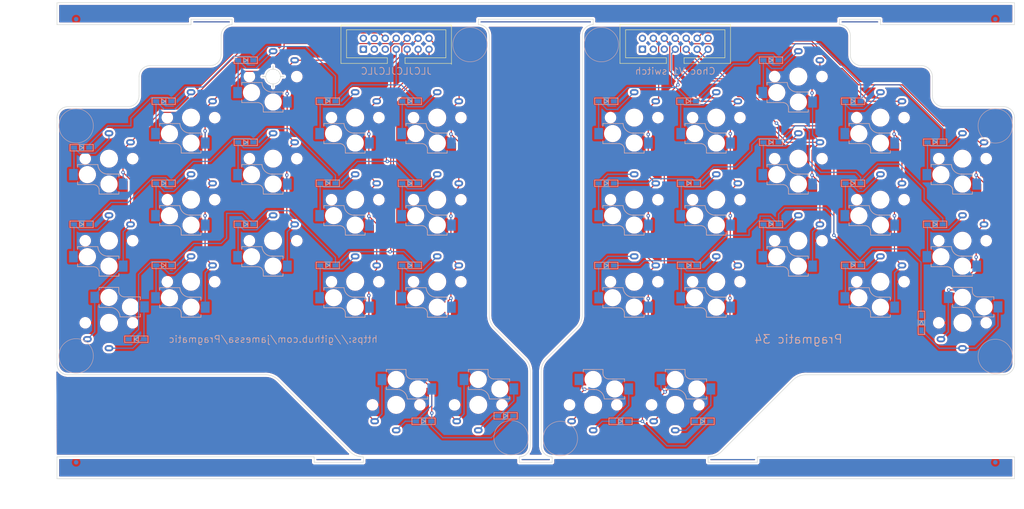
<source format=kicad_pcb>
(kicad_pcb (version 20211014) (generator pcbnew)
  (title_block (title "Pragmatic 34 input module") (date "2022-08-07") (rev "2") (company "James Sa") (comment 1 "R2 Panelize and lower thumb posisition."))
  (layers (0 "F.Cu" signal) (31 "B.Cu" signal) (34 "B.Paste" user) (35 "F.Paste" user) (36 "B.SilkS" user "B.Silkscreen") (37 "F.SilkS" user "F.Silkscreen") (38 "B.Mask" user) (39 "F.Mask" user) (44 "Edge.Cuts" user))
  (net 0 "")
  (net 1 "Net-(D1-Pad2)")
  (net 2 "Net-(D6-Pad2)")
  (net 3 "Net-(D2-Pad2)")
  (net 4 "Net-(D7-Pad2)")
  (net 5 "Net-(D12-Pad2)")
  (net 6 "Net-(D8-Pad2)")
  (net 7 "VCC")
  (net 8 "Col3")
  (net 9 "Col2")
  (net 10 "Row3")
  (net 11 "GND")
  (net 12 "Row4")
  (net 13 "Row5")
  (net 14 "Row6")
  (net 15 "Col6")
  (net 16 "Col5")
  (net 17 "Col4")
  (net 18 "Net-(D3-Pad2)")
  (net 19 "Net-(D4-Pad2)")
  (net 20 "Net-(D5-Pad2)")
  (net 21 "Net-(D18-Pad2)")
  (net 22 "Net-(D9-Pad2)")
  (net 23 "Net-(D10-Pad2)")
  (net 24 "Net-(D11-Pad2)")
  (net 25 "Net-(D13-Pad2)")
  (net 26 "Net-(D14-Pad2)")
  (net 27 "Net-(D15-Pad2)")
  (net 28 "Net-(D16-Pad2)")
  (net 29 "Net-(D17-Pad2)")
  (net 30 "Net-(D22-Pad2)")
  (net 31 "Net-(D23-Pad2)")
  (net 32 "Net-(D19-Pad2)")
  (net 33 "Net-(D20-Pad2)")
  (net 34 "Net-(D21-Pad2)")
  (net 35 "Net-(D24-Pad2)")
  (net 36 "Net-(D25-Pad2)")
  (net 37 "Net-(D26-Pad2)")
  (net 38 "Net-(D27-Pad2)")
  (net 39 "Net-(D28-Pad2)")
  (net 40 "Net-(D29-Pad2)")
  (net 41 "Net-(D30-Pad2)")
  (net 42 "Net-(D31-Pad2)")
  (net 43 "Net-(D32-Pad2)")
  (net 44 "Net-(D33-Pad2)")
  (net 45 "Net-(D34-Pad2)")
  (net 46 "Col7")
  (net 47 "Col8")
  (net 48 "Col9")
  (net 49 "Col10")
  (net 50 "Col11")
  (net 51 "Row3'")
  (net 52 "Row4'")
  (net 53 "Row5'")
  (net 54 "Row6'")
  (footprint "Connector_IDC:IDC-Header_2x07_P2.54mm_Vertical" (layer "F.Cu") (at 116.205 50.8 90)
    (fp_text reference "J1" hide)
    (fp_text value "Hand-Soldering")
  )
  (footprint "Symbol:OSHW-Symbol_6.7x6mm_Copper" (layer "F.Cu") (at 217.17 116.205)
    (fp_text reference "REF**" hide)
    (fp_text value "OSHW-Symbol_6.7x6mm_Copper" hide)
  )
  (footprint "Connector_IDC:IDC-Header_2x07_P2.54mm_Vertical" (layer "F.Cu") (at 180.975 50.8 90)
    (fp_text reference "J2")
    (fp_text value "Hand-Soldering")
  )
  (footprint "Keyboard_JSA:Pragmatic Logo" (layer "F.Cu") (at 95.25 118.11)
    (fp_text reference "REF**" hide)
    (fp_text value "logo" hide)
  )
  (footprint "Keyboard_Foostan:D3_SMD_v2" (layer "B.Cu") (at 50.8 73.66 180)
    (fp_text reference "D1" hide)
    (fp_text value "1N4148" hide)
  )
  (footprint "Keyboard_Foostan:D3_SMD_v2" (layer "B.Cu") (at 191.64 62.865 180)
    (fp_text reference "D7" hide)
    (fp_text value "1N4148" hide)
  )
  (footprint "Keyboard_Foostan:D3_SMD_v2" (layer "B.Cu") (at 210.82 53.34 180)
    (fp_text reference "D8" hide)
    (fp_text value "1N4148" hide)
  )
  (footprint "Keyboard_JSA:ChocV1_Hotswap" (layer "B.Cu") (at 57.15 76.2 180)
    (fp_text reference "SW1" hide)
    (fp_text value "SW_Push" hide)
  )
  (footprint "Keyboard_JSA:ChocV1_Hotswap" (layer "B.Cu") (at 198.12 66.675 180)
    (fp_text reference "SW7" hide)
    (fp_text value "SW_Push" hide)
  )
  (footprint "Keyboard_JSA:ChocV1_Hotswap" (layer "B.Cu") (at 217.17 57.15 180)
    (fp_text reference "SW8" hide)
    (fp_text value "SW_Push" hide)
  )
  (footprint "Keyboard_Foostan:D3_SMD_v2" (layer "B.Cu") (at 69.85 62.865 180)
    (fp_text reference "D2" hide)
    (fp_text value "1N4148" hide)
  )
  (footprint "Keyboard_JSA:ChocV1_Hotswap" (layer "B.Cu") (at 76.2 66.675 180)
    (fp_text reference "SW2" hide)
    (fp_text value "SW_Push" hide)
  )
  (footprint "Keyboard_Foostan:D3_SMD_v2" (layer "B.Cu") (at 88.9 53.34 180)
    (fp_text reference "D3" hide)
    (fp_text value "1N4148" hide)
  )
  (footprint "Keyboard_Foostan:D3_SMD_v2" (layer "B.Cu") (at 107.95 62.865 180)
    (fp_text reference "D4" hide)
    (fp_text value "1N4148" hide)
  )
  (footprint "Keyboard_Foostan:D3_SMD_v2" (layer "B.Cu") (at 127 62.865 180)
    (fp_text reference "D5" hide)
    (fp_text value "1N4148" hide)
  )
  (footprint "Keyboard_Foostan:D3_SMD_v2" (layer "B.Cu") (at 229.87 62.865 180)
    (fp_text reference "D9" hide)
    (fp_text value "1N4148" hide)
  )
  (footprint "Keyboard_Foostan:D3_SMD_v2" (layer "B.Cu") (at 248.92 72.39 180)
    (fp_text reference "D10" hide)
    (fp_text value "1N4148" hide)
  )
  (footprint "Keyboard_Foostan:D3_SMD_v2" (layer "B.Cu") (at 50.8 91.44 180)
    (fp_text reference "D11" hide)
    (fp_text value "1N4148" hide)
  )
  (footprint "Keyboard_Foostan:D3_SMD_v2" (layer "B.Cu") (at 88.9 72.39 180)
    (fp_text reference "D13" hide)
    (fp_text value "1N4148" hide)
  )
  (footprint "Keyboard_Foostan:D3_SMD_v2" (layer "B.Cu") (at 107.95 81.915 180)
    (fp_text reference "D14" hide)
    (fp_text value "1N4148" hide)
  )
  (footprint "Keyboard_Foostan:D3_SMD_v2" (layer "B.Cu") (at 127 81.915 180)
    (fp_text reference "D15" hide)
    (fp_text value "1N4148" hide)
  )
  (footprint "Keyboard_Foostan:D3_SMD_v2" (layer "B.Cu") (at 172.59 81.915 180)
    (fp_text reference "D16" hide)
    (fp_text value "1N4148" hide)
  )
  (footprint "Keyboard_Foostan:D3_SMD_v2" (layer "B.Cu") (at 191.77 81.915 180)
    (fp_text reference "D17" hide)
    (fp_text value "1N4148" hide)
  )
  (footprint "Keyboard_Foostan:D3_SMD_v2" (layer "B.Cu") (at 69.85 100.965 180)
    (fp_text reference "D22" hide)
    (fp_text value "1N4148" hide)
  )
  (footprint "Keyboard_Foostan:D3_SMD_v2" (layer "B.Cu") (at 88.9 91.44 180)
    (fp_text reference "D23" hide)
    (fp_text value "1N4148" hide)
  )
  (footprint "Keyboard_JSA:ChocV1_Hotswap" (layer "B.Cu") (at 95.25 57.15 180)
    (fp_text reference "SW3" hide)
    (fp_text value "SW_Push" hide)
  )
  (footprint "Keyboard_JSA:ChocV1_Hotswap" (layer "B.Cu") (at 114.3 66.675 180)
    (fp_text reference "SW4" hide)
    (fp_text value "SW_Push" hide)
  )
  (footprint "Keyboard_JSA:ChocV1_Hotswap" (layer "B.Cu") (at 133.35 66.675 180)
    (fp_text reference "SW5" hide)
    (fp_text value "SW_Push" hide)
  )
  (footprint "Keyboard_JSA:ChocV1_Hotswap" (layer "B.Cu") (at 236.22 66.675 180)
    (fp_text reference "SW9" hide)
    (fp_text value "SW_Push" hide)
  )
  (footprint "Keyboard_JSA:ChocV1_Hotswap" (layer "B.Cu") (at 255.27 76.2 180)
    (fp_text reference "SW10" hide)
    (fp_text value "SW_Push" hide)
  )
  (footprint "Keyboard_JSA:ChocV1_Hotswap" (layer "B.Cu") (at 57.15 95.25 180)
    (fp_text reference "SW11" hide)
    (fp_text value "SW_Push" hide)
  )
  (footprint "Keyboard_JSA:ChocV1_Hotswap" (layer "B.Cu") (at 95.25 76.2 180)
    (fp_text reference "SW13" hide)
    (fp_text value "SW_Push" hide)
  )
  (footprint "Keyboard_JSA:ChocV1_Hotswap" (layer "B.Cu") (at 114.3 85.725 180)
    (fp_text reference "SW14" hide)
    (fp_text value "SW_Push" hide)
  )
  (footprint "Keyboard_JSA:ChocV1_Hotswap" (layer "B.Cu") (at 133.35 85.725 180)
    (fp_text reference "SW15" hide)
    (fp_text value "SW_Push" hide)
  )
  (footprint "Keyboard_JSA:ChocV1_Hotswap" (layer "B.Cu") (at 179.07 85.725 180)
    (fp_text reference "SW16" hide)
    (fp_text value "SW_Push" hide)
  )
  (footprint "Keyboard_JSA:ChocV1_Hotswap" (layer "B.Cu") (at 198.12 85.725 180)
    (fp_text reference "SW17" hide)
    (fp_text value "SW_Push" hide)
  )
  (footprint "Keyboard_JSA:ChocV1_Hotswap" (layer "B.Cu") (at 76.2 104.775 180)
    (fp_text reference "SW22" hide)
    (fp_text value "SW_Push" hide)
  )
  (footprint "Keyboard_JSA:ChocV1_Hotswap" (layer "B.Cu") (at 95.25 95.25 180)
    (fp_text reference "SW23" hide)
    (fp_text value "SW_Push" hide)
  )
  (footprint "Keyboard_JSA:ChocV1_Hotswap" (layer "B.Cu") (at 217.17 95.25 180)
    (fp_text reference "SW28" hide)
    (fp_text value "SW_Push" hide)
  )
  (footprint "Fiducial:Fiducial_1mm_Mask2mm" (layer "B.Cu") (at 262.89 43.815 180)
    (fp_text reference "REF**" hide)
    (fp_text value "Fiducial_1mm_Mask2mm" hide)
  )
  (footprint "Keyboard_JSA:ChocV1_Hotswap" (layer "B.Cu") (at 169.545 133.35)
    (fp_text reference "SW33" hide)
    (fp_text value "SW_Push" hide)
  )
  (footprint "Fiducial:Fiducial_1mm_Mask2mm" (layer "B.Cu") (at 262.89 146.685 180)
    (fp_text reference "REF**" hide)
    (fp_text value "Fiducial_1mm_Mask2mm" hide)
  )
  (footprint "Keyboard_Foostan:D3_SMD_v2" (layer "B.Cu") (at 191.77 100.965 180)
    (fp_text reference "D27" hide)
    (fp_text value "1N4148" hide)
  )
  (footprint "Keyboard_Foostan:D3_SMD_v2" (layer "B.Cu") (at 248.92 91.44 180)
    (fp_text reference "D20" hide)
    (fp_text value "1N4148" hide)
  )
  (footprint "Keyboard_JSA:ChocV1_Hotswap" (layer "B.Cu") (at 255.27 95.25 180)
    (fp_text reference "SW20" hide)
    (fp_text value "SW_Push" hide)
  )
  (footprint "Keyboard_Foostan:D3_SMD_v2" (layer "B.Cu") (at 63.5 118.11)
    (fp_text reference "D21" hide)
    (fp_text value "1N4148" hide)
  )
  (footprint "Keyboard_Foostan:D3_SMD_v2" (layer "B.Cu") (at 210.82 91.44 180)
    (fp_text reference "D28" hide)
    (fp_text value "1N4148" hide)
  )
  (footprint "Keyboard_JSA:ChocV1_Hotswap" (layer "B.Cu") (at 236.22 85.725 180)
    (fp_text reference "SW19" hide)
    (fp_text value "SW_Push" hide)
  )
  (footprint "Keyboard_JSA:ChocV1_Hotswap" (layer "B.Cu") (at 179.07 104.775 180)
    (fp_text reference "SW26" hide)
    (fp_text value "SW_Push" hide)
  )
  (footprint "Keyboard_JSA:ChocV1_Hotswap" (layer "B.Cu") (at 123.825 133.35)
    (fp_text reference "SW31" hide)
    (fp_text value "SW_Push" hide)
  )
  (footprint "Keyboard_Foostan:D3_SMD_v2" (layer "B.Cu") (at 127 100.965 180)
    (fp_text reference "D25" hide)
    (fp_text value "1N4148" hide)
  )
  (footprint "Keyboard_JSA:ChocV1_Hotswap" (layer "B.Cu") (at 188.595 133.35)
    (fp_text reference "SW34" hide)
    (fp_text value "SW_Push" hide)
  )
  (footprint "Keyboard_Foostan:D3_SMD_v2" (layer "B.Cu") (at 69.85 81.915 180)
    (fp_text reference "D12" hide)
    (fp_text value "1N4148" hide)
  )
  (footprint "Keyboard_Foostan:D3_SMD_v2" (layer "B.Cu") (at 175.895 137.16 180)
    (fp_text reference "D33" hide)
    (fp_text value "1N4148" hide)
  )
  (footprint "Keyboard_JSA:ChocV1_Hotswap" (layer "B.Cu") (at 198.12 104.775 180)
    (fp_text reference "SW27" hide)
    (fp_text value "SW_Push" hide)
  )
  (footprint "Keyboard_Foostan:D3_SMD_v2" (layer "B.Cu") (at 172.59 101 180)
    (fp_text reference "D26" hide)
    (fp_text value "1N4148" hide)
  )
  (footprint "Keyboard_Foostan:D3_SMD_v2" (layer "B.Cu") (at 149.225 135.89 180)
    (fp_text reference "D32" hide)
    (fp_text value "1N4148" hide)
  )
  (footprint "Keyboard_Foostan:D3_SMD_v2" (layer "B.Cu") (at 107.95 100.965 180)
    (fp_text reference "D24" hide)
    (fp_text value "1N4148" hide)
  )
  (footprint "Fiducial:Fiducial_1mm_Mask2mm" (layer "B.Cu") (at 49.53 43.815 180)
    (fp_text reference "REF**" hide)
    (fp_text value "Fiducial_1mm_Mask2mm" hide)
  )
  (footprint "Keyboard_JSA:ChocV1_Hotswap" (layer "B.Cu") (at 236.22 104.775 180)
    (fp_text reference "SW29" hide)
    (fp_text value "SW_Push" hide)
  )
  (footprint "Keyboard_JSA:ChocV1_Hotswap" (layer "B.Cu") (at 114.3 104.775 180)
    (fp_text reference "SW24" hide)
    (fp_text value "SW_Push" hide)
  )
  (footprint "Keyboard_Foostan:D3_SMD_v2" (layer "B.Cu") (at 229.87 100.965 180)
    (fp_text reference "D29" hide)
    (fp_text value "1N4148" hide)
  )
  (footprint "Keyboard_Foostan:D3_SMD_v2" (layer "B.Cu") (at 194.945 137.16 180)
    (fp_text reference "D34" hide)
    (fp_text value "1N4148" hide)
  )
  (footprint "Keyboard_Foostan:D3_SMD_v2" (layer "B.Cu") (at 229.87 81.915 180)
    (fp_text reference "D19" hide)
    (fp_text value "1N4148" hide)
  )
  (footprint "Keyboard_Foostan:D3_SMD_v2" (layer "B.Cu") (at 130.175 137.16 180)
    (fp_text reference "D31" hide)
    (fp_text value "1N4148" hide)
  )
  (footprint "Keyboard_JSA:ChocV1_Hotswap" (layer "B.Cu") (at 57.15 114.3)
    (fp_text reference "SW21" hide)
    (fp_text value "SW_Push" hide)
  )
  (footprint "Keyboard_JSA:ChocV1_Hotswap" (layer "B.Cu") (at 133.35 104.775 180)
    (fp_text reference "SW25" hide)
    (fp_text value "SW_Push" hide)
  )
  (footprint "Keyboard_JSA:ChocV1_Hotswap" (layer "B.Cu") (at 255.27 114.3)
    (fp_text reference "SW30" hide)
    (fp_text value "SW_Push" hide)
  )
  (footprint "Keyboard_JSA:ChocV1_Hotswap" (layer "B.Cu") (at 76.2 85.725 180)
    (fp_text reference "SW12" hide)
    (fp_text value "SW_Push" hide)
  )
  (footprint "Keyboard_JSA:ChocV1_Hotswap" (layer "B.Cu") (at 179.07 66.675 180)
    (fp_text reference "SW6" hide)
    (fp_text value "SW_Push" hide)
  )
  (footprint "Keyboard_Foostan:D3_SMD_v2" (layer "B.Cu") (at 210.82 72.39 180)
    (fp_text reference "D18" hide)
    (fp_text value "1N4148" hide)
  )
  (footprint "Keyboard_Foostan:D3_SMD_v2" (layer "B.Cu") (at 245.745 114.3 -90)
    (fp_text reference "D30" hide)
    (fp_text value "1N4148" hide)
  )
  (footprint "Fiducial:Fiducial_1mm_Mask2mm" (layer "B.Cu") (at 49.53 146.685 180)
    (fp_text reference "REF**" hide)
    (fp_text value "Fiducial_1mm_Mask2mm" hide)
  )
  (footprint "Keyboard_JSA:ChocV1_Hotswap" (layer "B.Cu") (at 217.17 76.2 180)
    (fp_text reference "SW18" hide)
    (fp_text value "SW_Push" hide)
  )
  (footprint "Keyboard_Foostan:D3_SMD_v2" (layer "B.Cu") (at 172.59 62.865 180)
    (fp_text reference "D6" hide)
    (fp_text value "1N4148" hide)
  )
  (footprint "Keyboard_JSA:ChocV1_Hotswap" (layer "B.Cu") (at 142.875 133.35)
    (fp_text reference "SW32" hide)
    (fp_text value "SW_Push" hide)
  )
  (gr_circle (center 49.53 68.58) (end 53.53 68.58) (layer "B.SilkS") (width 0.1) (fill none))
  (gr_circle (center 161.925 141.16) (end 165.925 141.16) (layer "B.SilkS") (width 0.1) (fill none))
  (gr_circle (center 49.53 121.983) (end 53.53 121.983) (layer "B.SilkS") (width 0.1) (fill none))
  (gr_circle (center 140.97 49.72) (end 144.97 49.72) (layer "B.SilkS") (width 0.1) (fill none))
  (gr_circle (center 262.89 68.58) (end 266.89 68.58) (layer "B.SilkS") (width 0.1) (fill none))
  (gr_circle (center 150.495 140.97) (end 154.495 140.97) (layer "B.SilkS") (width 0.1) (fill none))
  (gr_circle (center 171.45 49.72) (end 175.45 49.72) (layer "B.SilkS") (width 0.1) (fill none))
  (gr_circle (center 262.89 122.11) (end 266.89 122.11) (layer "B.SilkS") (width 0.1) (fill none))
  (gr_line (start 267.335 145.415) (end 207.645 145.415) (layer "Edge.Cuts") (width 0.12))
  (gr_arc (start 146.685 115.57) (mid 145.710394 114.118342) (end 145.415 112.395) (layer "Edge.Cuts") (width 0.12))
  (gr_line (start 207.645 146.685) (end 207.645 145.415) (layer "Edge.Cuts") (width 0.12))
  (gr_line (start 116.205 146.685) (end 104.775 146.685) (layer "Edge.Cuts") (width 0.12))
  (gr_line (start 45.085 145.415) (end 45.085 150.495) (layer "Edge.Cuts") (width 0.12))
  (gr_arc (start 153.67 122.555) (mid 154.644606 124.006658) (end 154.94 125.73) (layer "Edge.Cuts") (width 0.12))
  (gr_line (start 267.335 40.005) (end 267.335 45.085) (layer "Edge.Cuts") (width 0.12))
  (gr_arc (start 215.9 127.635) (mid 217.351658 126.660394) (end 219.075 126.365) (layer "Edge.Cuts") (width 0.12))
  (gr_arc (start 250.825 64.135) (mid 249.028949 63.391051) (end 248.285 61.595) (layer "Edge.Cuts") (width 0.12))
  (gr_line (start 264.795 64.135) (end 250.825 64.135) (layer "Edge.Cuts") (width 0.12))
  (gr_line (start 45.085 66.675) (end 45.085 123.825) (layer "Edge.Cuts") (width 0.12))
  (gr_arc (start 167.005 112.395) (mid 166.709607 114.118343) (end 165.735 115.57) (layer "Edge.Cuts") (width 0.12))
  (gr_line (start 85.725 45.085) (end 85.725 43.815) (layer "Edge.Cuts") (width 0.12))
  (gr_arc (start 267.335 123.825) (mid 266.591051 125.621051) (end 264.795 126.365) (layer "Edge.Cuts") (width 0.12))
  (gr_line (start 142.875 43.815) (end 169.545 43.815) (layer "Edge.Cuts") (width 0.12))
  (gr_line (start 267.335 123.825) (end 267.335 66.675) (layer "Edge.Cuts") (width 0.12))
  (gr_arc (start 45.085 66.675) (mid 45.828949 64.878949) (end 47.625 64.135) (layer "Edge.Cuts") (width 0.12))
  (gr_line (start 229.235 52.07) (end 229.235 47.625) (layer "Edge.Cuts") (width 0.12))
  (gr_arc (start 116.205 145.415) (mid 114.481658 145.119606) (end 113.03 144.145) (layer "Edge.Cuts") (width 0.12))
  (gr_line (start 267.335 40.005) (end 45.085 40.005) (layer "Edge.Cuts") (width 0.12))
  (gr_line (start 116.205 145.415) (end 116.205 146.685) (layer "Edge.Cuts") (width 0.12))
  (gr_arc (start 93.345 126.365) (mid 95.068342 126.660394) (end 96.52 127.635) (layer "Edge.Cuts") (width 0.12))
  (gr_line (start 215.9 127.635) (end 199.39 144.145) (layer "Edge.Cuts") (width 0.12))
  (gr_line (start 76.2 43.815) (end 76.2 45.085) (layer "Edge.Cuts") (width 0.12))
  (gr_line (start 45.085 45.085) (end 45.085 40.005) (layer "Edge.Cuts") (width 0.12))
  (gr_line (start 152.4 146.685) (end 160.02 146.685) (layer "Edge.Cuts") (width 0.12))
  (gr_arc (start 64.135 61.595) (mid 63.391051 63.391051) (end 61.595 64.135) (layer "Edge.Cuts") (width 0.12))
  (gr_line (start 80.645 54.61) (end 66.675 54.61) (layer "Edge.Cuts") (width 0.12))
  (gr_arc (start 226.695 45.085) (mid 228.491051 45.828949) (end 229.235 47.625) (layer "Edge.Cuts") (width 0.12))
  (gr_line (start 219.075 126.365) (end 264.795 126.365) (layer "Edge.Cuts") (width 0.12))
  (gr_line (start 236.22 43.815) (end 226.695 43.815) (layer "Edge.Cuts") (width 0.12))
  (gr_line (start 113.03 144.145) (end 96.52 127.635) (layer "Edge.Cuts") (width 0.12))
  (gr_arc (start 47.625 126.365) (mid 45.828949 125.621051) (end 45.085 123.825) (layer "Edge.Cuts") (width 0.12))
  (gr_arc (start 83.185 52.07) (mid 82.441051 53.866051) (end 80.645 54.61) (layer "Edge.Cuts") (width 0.12))
  (gr_arc (start 64.135 57.15) (mid 64.878949 55.353949) (end 66.675 54.61) (layer "Edge.Cuts") (width 0.12))
  (gr_line (start 169.545 43.815) (end 169.545 45.085) (layer "Edge.Cuts") (width 0.12))
  (gr_arc (start 160.02 145.415) (mid 158.223949 144.671051) (end 157.48 142.875) (layer "Edge.Cuts") (width 0.12))
  (gr_line (start 61.595 64.135) (end 47.625 64.135) (layer "Edge.Cuts") (width 0.12))
  (gr_line (start 47.625 126.365) (end 93.345 126.365) (layer "Edge.Cuts") (width 0.12))
  (gr_arc (start 264.795 64.135) (mid 266.591051 64.878949) (end 267.335 66.675) (layer "Edge.Cuts") (width 0.12))
  (gr_line (start 104.775 145.415) (end 104.775 146.685) (layer "Edge.Cuts") (width 0.12))
  (gr_arc (start 245.745 54.61) (mid 247.541051 55.353949) (end 248.285 57.15) (layer "Edge.Cuts") (width 0.12))
  (gr_line (start 226.695 43.815) (end 226.695 45.085) (layer "Edge.Cuts") (width 0.12))
  (gr_arc (start 83.185 47.625) (mid 83.928949 45.828949) (end 85.725 45.085) (layer "Edge.Cuts") (width 0.12))
  (gr_arc (start 157.48 125.73) (mid 157.775393 124.006657) (end 158.75 122.555) (layer "Edge.Cuts") (width 0.12))
  (gr_line (start 267.335 45.085) (end 236.22 45.085) (layer "Edge.Cuts") (width 0.12))
  (gr_line (start 157.48 142.875) (end 157.48 125.73) (layer "Edge.Cuts") (width 0.12))
  (gr_line (start 85.725 43.815) (end 76.2 43.815) (layer "Edge.Cuts") (width 0.12))
  (gr_line (start 153.67 122.555) (end 146.685 115.57) (layer "Edge.Cuts") (width 0.12))
  (gr_line (start 152.4 145.415) (end 152.4 146.685) (layer "Edge.Cuts") (width 0.12))
  (gr_arc (start 199.39 144.145) (mid 197.938342 145.119606) (end 196.215 145.415) (layer "Edge.Cuts") (width 0.12))
  (gr_line (start 83.185 47.625) (end 83.185 52.07) (layer "Edge.Cuts") (width 0.12))
  (gr_line (start 167.005 47.625) (end 167.005 112.395) (layer "Edge.Cuts") (width 0.12))
  (gr_line (start 104.775 145.415) (end 45.085 145.415) (layer "Edge.Cuts") (width 0.12))
  (gr_line (start 160.02 146.685) (end 160.02 145.415) (layer "Edge.Cuts") (width 0.12))
  (gr_line (start 196.215 146.685) (end 196.215 145.415) (layer "Edge.Cuts") (width 0.12))
  (gr_line (start 165.735 115.57) (end 158.75 122.555) (layer "Edge.Cuts") (width 0.12))
  (gr_arc (start 231.775 54.61) (mid 229.978949 53.866051) (end 229.235 52.07) (layer "Edge.Cuts") (width 0.12))
  (gr_arc (start 154.94 142.875) (mid 154.196051 144.671051) (end 152.4 145.415) (layer "Edge.Cuts") (width 0.12))
  (gr_line (start 154.94 125.73) (end 154.94 142.875) (layer "Edge.Cuts") (width 0.12))
  (gr_line (start 267.335 150.495) (end 45.085 150.495) (layer "Edge.Cuts") (width 0.12))
  (gr_line (start 267.335 150.495) (end 267.335 145.415) (layer "Edge.Cuts") (width 0.12))
  (gr_line (start 236.22 45.085) (end 236.22 43.815) (layer "Edge.Cuts") (width 0.12))
  (gr_line (start 76.2 45.085) (end 45.085 45.085) (layer "Edge.Cuts") (width 0.12))
  (gr_arc (start 167.005 47.625) (mid 167.748949 45.828949) (end 169.545 45.085) (layer "Edge.Cuts") (width 0.12))
  (gr_line (start 142.875 45.085) (end 142.875 43.815) (layer "Edge.Cuts") (width 0.12))
  (gr_line (start 245.745 54.61) (end 231.775 54.61) (layer "Edge.Cuts") (width 0.12))
  (gr_line (start 64.135 57.15) (end 64.135 61.595) (layer "Edge.Cuts") (width 0.12))
  (gr_line (start 248.285 61.595) (end 248.285 57.15) (layer "Edge.Cuts") (width 0.12))
  (gr_line (start 145.415 112.395) (end 145.415 47.625) (layer "Edge.Cuts") (width 0.12))
  (gr_arc (start 142.875 45.085) (mid 144.671051 45.828949) (end 145.415 47.625) (layer "Edge.Cuts") (width 0.12))
  (gr_line (start 207.645 146.685) (end 196.215 146.685) (layer "Edge.Cuts") (width 0.12))
  (gr_text "Pragmatic 34" (at 217.17 118.11) (layer "B.SilkS") (effects (font (size 2 2) (thickness 0.2)) (justify mirror)))
  (gr_text "김" (at 68.58 93.98) (layer "B.SilkS") (effects (font (size 1 1)) (justify mirror)))
  (gr_text "JLCJLCJLCJLC" (at 123.825 55.88) (layer "B.SilkS") (effects (font (size 1.6 1.6) (thickness 0.16)) (justify mirror)))
  (gr_text "https://github.com/jamessa/Pragmatic" (at 95.25 118.11) (layer "B.SilkS") (effects (font (size 1.6 1.6) (thickness 0.16)) (justify mirror)))
  (gr_text "김" (at 67.31 94.615) (layer "B.SilkS") (effects (font (size 1.5 1.5)) (justify mirror)))
  (gr_text "Choc V1 switch" (at 188.595 55.88) (layer "B.SilkS") (effects (font (size 1.6 1.6) (thickness 0.16)) (justify mirror)))
  (target plus (at 95.25 57.15) (size 5) (width 0.12) (layer "Edge.Cuts"))
  (target plus (at 95.25 57.15) (size 5) (width 0.12) (layer "Edge.Cuts"))
  (segment (start 57.15 71.755) (end 53.975 74.93) (width 0.25) (layer "B.Cu") (net 1))
  (segment (start 50.295 74.93) (end 49.025 73.66) (width 0.25) (layer "B.Cu") (net 1))
  (segment (start 57.15 70.3) (end 57.15 71.755) (width 0.25) (layer "B.Cu") (net 1))
  (segment (start 49.025 73.66) (end 49.025 79.77) (width 0.25) (layer "B.Cu") (net 1))
  (segment (start 53.975 74.93) (end 50.295 74.93) (width 0.25) (layer "B.Cu") (net 1))
  (segment (start 49.025 79.77) (end 48.895 79.9) (width 0.25) (layer "B.Cu") (net 1))
  (segment (start 170.815 62.865) (end 170.815 70.375) (width 0.25) (layer "B.Cu") (net 2))
  (segment (start 179.07 60.775) (end 175.26 64.585) (width 0.25) (layer "B.Cu") (net 2))
  (segment (start 172.72 64.77) (end 170.815 62.865) (width 0.25) (layer "B.Cu") (net 2))
  (segment (start 175.26 64.77) (end 172.72 64.77) (width 0.25) (layer "B.Cu") (net 2))
  (segment (start 175.26 64.585) (end 175.26 64.77) (width 0.25) (layer "B.Cu") (net 2))
  (segment (start 76.2 60.96) (end 72.39 64.77) (width 0.25) (layer "B.Cu") (net 3))
  (segment (start 68.075 70.245) (end 67.945 70.375) (width 0.25) (layer "B.Cu") (net 3))
  (segment (start 69.98 64.77) (end 68.075 62.865) (width 0.25) (layer "B.Cu") (net 3))
  (segment (start 72.39 64.77) (end 69.98 64.77) (width 0.25) (layer "B.Cu") (net 3))
  (segment (start 68.075 62.865) (end 68.075 70.245) (width 0.25) (layer "B.Cu") (net 3))
  (segment (start 76.2 60.775) (end 76.2 60.96) (width 0.25) (layer "B.Cu") (net 3))
  (segment (start 198.12 60.775) (end 195.151 63.744) (width 0.25) (layer "B.Cu") (net 4))
  (segment (start 189.865 62.865) (end 189.865 70.375) (width 0.25) (layer "B.Cu") (net 4))
  (segment (start 190.744 63.744) (end 189.865 62.865) (width 0.25) (layer "B.Cu") (net 4))
  (segment (start 195.151 63.744) (end 190.744 63.744) (width 0.25) (layer "B.Cu") (net 4))
  (segment (start 69.85 83.69) (end 69.85 83.82) (width 0.25) (layer "B.Cu") (net 5))
  (segment (start 69.85 83.82) (end 72.205 83.82) (width 0.25) (layer "B.Cu") (net 5))
  (segment (start 68.075 81.915) (end 68.075 89.295) (width 0.25) (layer "B.Cu") (net 5))
  (segment (start 68.075 89.295) (end 67.945 89.425) (width 0.25) (layer "B.Cu") (net 5))
  (segment (start 72.205 83.82) (end 76.2 79.825) (width 0.25) (layer "B.Cu") (net 5))
  (segment (start 68.075 81.915) (end 69.85 83.69) (width 0.25) (layer "B.Cu") (net 5))
  (segment (start 213.36 55.06) (end 213.36 55.245) (width 0.25) (layer "B.Cu") (net 6))
  (segment (start 209.045 60.72) (end 208.915 60.85) (width 0.25) (layer "B.Cu") (net 6))
  (segment (start 209.045 53.34) (end 209.045 60.72) (width 0.25) (layer "B.Cu") (net 6))
  (segment (start 217.17 51.25) (end 213.36 55.06) (width 0.25) (layer "B.Cu") (net 6))
  (segment (start 213.36 55.245) (end 210.95 55.245) (width 0.25) (layer "B.Cu") (net 6))
  (segment (start 210.95 55.245) (end 209.045 53.34) (width 0.25) (layer "B.Cu") (net 6))
  (segment (start 123.825 48.26) (end 122.596 49.489) (width 0.25) (layer "F.Cu") (net 8))
  (segment (start 79.460176 89.449824) (end 79.460176 99.235176) (width 0.25) (layer "F.Cu") (net 8))
  (segment (start 79.460176 69.764824) (end 79.460176 80.185176) (width 0.25) (layer "F.Cu") (net 8))
  (segment (start 97.79 50.535936) (end 92.400937 55.924999) (width 0.25) (layer "F.Cu") (net 8))
  (segment (start 79.460176 99.235176) (end 81.2 100.975) (width 0.25) (layer "F.Cu") (net 8))
  (segment (start 81.2 62.875) (end 79.460176 64.614824) (width 0.25) (layer "F.Cu") (net 8))
  (segment (start 122.596 49.489) (end 97.831 49.489) (width 0.25) (layer "F.Cu") (net 8))
  (segment (start 92.400937 55.924999) (end 88.150001 55.924999) (width 0.25) (layer "F.Cu") (net 8))
  (segment (start 79.460176 83.664824) (end 79.460176 89.449824) (width 0.25) (layer "F.Cu") (net 8))
  (segment (start 97.79 49.53) (end 97.79 50.535936) (width 0.25) (layer "F.Cu") (net 8))
  (segment (start 88.150001 55.924999) (end 81.2 62.875) (width 0.25) (layer "F.Cu") (net 8))
  (segment (start 79.460176 64.614824) (end 79.460176 69.764824) (width 0.25) (layer "F.Cu") (net 8))
  (segment (start 97.831 49.489) (end 97.79 49.53) (width 0.25) (layer "F.Cu") (net 8))
  (segment (start 79.460176 80.185176) (end 81.2 81.925) (width 0.25) (layer "F.Cu") (net 8))
  (segment (start 81.2 81.925) (end 79.460176 83.664824) (width 0.25) (layer "F.Cu") (net 8))
  (via (at 79.460176 69.764824) (size 0.8) (drill 0.4) (layers "F.Cu" "B.Cu") (net 8))
  (via (at 79.460176 89.449824) (size 0.8) (drill 0.4) (layers "F.Cu" "B.Cu") (net 8))
  (segment (start 79.460176 69.764824) (end 79.502 69.806648) (width 0.25) (layer "B.Cu") (net 8))
  (segment (start 79.460176 91.583176) (end 79.502 91.625) (width 0.25) (layer "B.Cu") (net 8))
  (segment (start 79.460176 89.449824) (end 79.460176 91.583176) (width 0.25) (layer "B.Cu") (net 8))
  (segment (start 79.502 102.673) (end 79.502 110.675) (width 0.25) (layer "B.Cu") (net 8))
  (segment (start 79.502 69.806648) (end 79.502 72.575) (width 0.25) (layer "B.Cu") (net 8))
  (segment (start 81.2 100.975) (end 79.502 102.673) (width 0.25) (layer "B.Cu") (net 8))
  (segment (start 88.265 50.535936) (end 73.350937 65.449999) (width 0.25) (layer "F.Cu") (net 9))
  (segment (start 88.265 50.165) (end 88.265 50.535936) (width 0.25) (layer "F.Cu") (net 9))
  (segment (start 120.056 47.031) (end 91.399 47.031) (width 0.25) (layer "F.Cu") (net 9))
  (segment (start 121.285 48.26) (end 120.056 47.031) (width 0.25) (layer "F.Cu") (net 9))
  (segment (start 73.350937 65.449999) (end 69.100001 65.449999) (width 0.25) (layer "F.Cu") (net 9))
  (segment (start 62.15 72.4) (end 60.410176 74.139824) (width 0.25) (layer "F.Cu") (net 9))
  (segment (start 62.15 91.45) (end 62.15 81.114824) (width 0.25) (layer "F.Cu") (net 9))
  (segment (start 62.15 81.114824) (end 60.410176 79.375) (width 0.25) (layer "F.Cu") (net 9))
  (segment (start 91.399 47.031) (end 88.265 50.165) (width 0.25) (layer "F.Cu") (net 9))
  (segment (start 60.410176 74.139824) (end 60.410176 79.375) (width 0.25) (layer "F.Cu") (net 9))
  (segment (start 69.100001 65.449999) (end 62.15 72.4) (width 0.25) (layer "F.Cu") (net 9))
  (via (at 60.410176 79.375) (size 0.8) (drill 0.4) (layers "F.Cu" "B.Cu") (net 9))
  (segment (start 60.452 93.148) (end 62.15 91.45) (width 0.25) (layer "B.Cu") (net 9))
  (segment (start 60.452 82.1) (end 60.452 79.416824) (width 0.25) (layer "B.Cu") (net 9))
  (segment (start 53.848 116.402) (end 53.848 108.4) (width 0.25) (layer "B.Cu") (net 9))
  (segment (start 60.452 101.15) (end 60.452 93.148) (width 0.25) (layer "B.Cu") (net 9))
  (segment (start 53.848 108.4) (end 53.848 107.754) (width 0.25) (layer "B.Cu") (net 9))
  (segment (start 53.848 107.754) (end 60.452 101.15) (width 0.25) (layer "B.Cu") (net 9))
  (segment (start 52.15 118.1) (end 53.848 116.402) (width 0.25) (layer "B.Cu") (net 9))
  (segment (start 60.452 79.416824) (end 60.410176 79.375) (width 0.25) (layer "B.Cu") (net 9))
  (segment (start 113.535 59.055) (end 109.725 62.865) (width 0.25) (layer "B.Cu") (net 10))
  (segment (start 62.23 68.58) (end 62.23 66.752) (width 0.25) (layer "B.Cu") (net 10))
  (segment (start 74.909 59.581) (end 78.926 59.581) (width 0.25) (layer "B.Cu") (net 10))
  (segment (start 93.85 50.165) (end 102.87 50.165) (width 0.25) (layer "B.Cu") (net 10))
  (segment (start 102.87 50.165) (end 109.725 57.02) (width 0.25) (layer "B.Cu") (net 10))
  (segment (start 86.046 52.461) (end 89.796 52.461) (width 0.25) (layer "B.Cu") (net 10))
  (segment (start 66.996 61.986) (end 70.746 61.986) (width 0.25) (layer "B.Cu") (net 10))
  (segment (start 56.905 68.58) (end 62.23 68.58) (width 0.25) (layer "B.Cu") (net 10))
  (segment (start 70.746 61.986) (end 71.625 62.865) (width 0.25) (layer "B.Cu") (net 10))
  (segment (start 52.575 73.66) (end 52.575 72.91) (width 0.25) (layer "B.Cu") (net 10))
  (segment (start 128.775 62.865) (end 124.965 59.055) (width 0.25) (layer "B.Cu") (net 10))
  (segment (start 123.825 50.8) (end 123.825 59.055) (width 0.25) (layer "B.Cu") (net 10))
  (segment (start 124.965 59.055) (end 113.535 59.055) (width 0.25) (layer "B.Cu") (net 10))
  (segment (start 52.575 72.91) (end 56.905 68.58) (width 0.25) (layer "B.Cu") (net 10))
  (segment (start 78.926 59.581) (end 86.046 52.461) (width 0.25) (layer "B.Cu") (net 10))
  (segment (start 90.675 53.34) (end 93.85 50.165) (width 0.25) (layer "B.Cu") (net 10))
  (segment (start 71.625 62.865) (end 74.909 59.581) (width 0.25) (layer "B.Cu") (net 10))
  (segment (start 89.796 52.461) (end 90.675 53.34) (width 0.25) (layer "B.Cu") (net 10))
  (segment (start 62.23 66.752) (end 66.996 61.986) (width 0.25) (layer "B.Cu") (net 10))
  (segment (start 109.725 57.02) (end 109.725 62.865) (width 0.25) (layer "B.Cu") (net 10))
  (segment (start 121.547998 76.606498) (end 121.7765 76.835) (width 0.25) (layer "F.Cu") (net 12))
  (segment (start 126.365 57.630884) (end 121.547998 62.447886) (width 0.25) (layer "F.Cu") (net 12))
  (segment (start 126.365 50.8) (end 126.365 57.630884) (width 0.25) (layer "F.Cu") (net 12))
  (segment (start 121.547998 62.447886) (end 121.547998 76.606498) (width 0.25) (layer "F.Cu") (net 12))
  (via (at 121.7765 76.835) (size 0.8) (drill 0.4) (layers "F.Cu" "B.Cu") (net 12))
  (segment (start 123.695 76.835) (end 114.805 76.835) (width 0.25) (layer "B.Cu") (net 12))
  (segment (start 128.775 81.915) (end 123.695 76.835) (width 0.25) (layer "B.Cu") (net 12))
  (segment (start 86.046 71.511) (end 89.796 71.511) (width 0.25) (layer "B.Cu") (net 12))
  (segment (start 90.675 72.39) (end 93.844 69.221) (width 0.25) (layer "B.Cu") (net 12))
  (segment (start 93.844 69.221) (end 98.896936 69.221) (width 0.25) (layer "B.Cu") (net 12))
  (segment (start 76.705 76.835) (end 80.722 76.835) (width 0.25) (layer "B.Cu") (net 12))
  (segment (start 109.725 80.049064) (end 109.725 81.915) (width 0.25) (layer "B.Cu") (net 12))
  (segment (start 61.595 86.36) (end 67.31 80.645) (width 0.25) (layer "B.Cu") (net 12))
  (segment (start 70.355 80.645) (end 71.625 81.915) (width 0.25) (layer "B.Cu") (net 12))
  (segment (start 67.31 80.645) (end 70.355 80.645) (width 0.25) (layer "B.Cu") (net 12))
  (segment (start 114.805 76.835) (end 109.725 81.915) (width 0.25) (layer "B.Cu") (net 12))
  (segment (start 98.896936 69.221) (end 109.725 80.049064) (width 0.25) (layer "B.Cu") (net 12))
  (segment (start 71.625 81.915) (end 76.705 76.835) (width 0.25) (layer "B.Cu") (net 12))
  (segment (start 80.722 76.835) (end 86.046 71.511) (width 0.25) (layer "B.Cu") (net 12))
  (segment (start 89.796 71.511) (end 90.675 72.39) (width 0.25) (layer "B.Cu") (net 12))
  (segment (start 57.655 86.36) (end 61.595 86.36) (width 0.25) (layer "B.Cu") (net 12))
  (segment (start 52.575 91.44) (end 57.655 86.36) (width 0.25) (layer "B.Cu") (net 12))
  (segment (start 128.905 50.8) (end 128.905 56.437942) (width 0.25) (layer "F.Cu") (net 13))
  (segment (start 122.555 62.787942) (end 122.555 97.6465) (width 0.25) (layer "F.Cu") (net 13))
  (segment (start 122.555 97.6465) (end 122.4115 97.79) (width 0.25) (layer "F.Cu") (net 13))
  (segment (start 128.905 56.437942) (end 122.555 62.787942) (width 0.25) (layer "F.Cu") (net 13))
  (via (at 122.4115 97.79) (size 0.8) (drill 0.4) (layers "F.Cu" "B.Cu") (net 13))
  (segment (start 109.725 100.965) (end 109.725 99.099064) (width 0.25) (layer "B.Cu") (net 13))
  (segment (start 71.625 100.965) (end 71.755 100.965) (width 0.25) (layer "B.Cu") (net 13))
  (segment (start 98.896936 88.271) (end 93.844 88.271) (width 0.25) (layer "B.Cu") (net 13))
  (segment (start 128.775 100.965) (end 125.6 97.79) (width 0.25) (layer "B.Cu") (net 13))
  (segment (start 66.996 100.086) (end 64.025001 103.056999) (width 0.25) (layer "B.Cu") (net 13))
  (segment (start 76.835 95.885) (end 83.185 95.885) (width 0.25) (layer "B.Cu") (net 13))
  (segment (start 64.025001 103.056999) (end 64.025001 115.809999) (width 0.25) (layer "B.Cu") (net 13))
  (segment (start 112.9 97.79) (end 109.725 100.965) (width 0.25) (layer "B.Cu") (net 13))
  (segment (start 83.185 95.885) (end 84.455 94.615) (width 0.25) (layer "B.Cu") (net 13))
  (segment (start 70.746 100.086) (end 66.996 100.086) (width 0.25) (layer "B.Cu") (net 13))
  (segment (start 71.625 100.965) (end 70.746 100.086) (width 0.25) (layer "B.Cu") (net 13))
  (segment (start 84.455 94.615) (end 84.455 88.9) (width 0.25) (layer "B.Cu") (net 13))
  (segment (start 125.6 97.79) (end 112.9 97.79) (width 0.25) (layer "B.Cu") (net 13))
  (segment (start 64.025001 115.809999) (end 61.725 118.11) (width 0.25) (layer "B.Cu") (net 13))
  (segment (start 71.755 100.965) (end 76.835 95.885) (width 0.25) (layer "B.Cu") (net 13))
  (segment (start 88.135 88.9) (end 90.675 91.44) (width 0.25) (layer "B.Cu") (net 13))
  (segment (start 93.844 88.271) (end 90.675 91.44) (width 0.25) (layer "B.Cu") (net 13))
  (segment (start 109.725 99.099064) (end 98.896936 88.271) (width 0.25) (layer "B.Cu") (net 13))
  (segment (start 84.455 88.9) (end 88.135 88.9) (width 0.25) (layer "B.Cu") (net 13))
  (segment (start 131.445 50.8) (end 131.445 54.61) (width 0.25) (layer "F.Cu") (net 14))
  (segment (start 132.08 129.54) (end 132.08 135.255) (width 0.25) (layer "F.Cu") (net 14))
  (segment (start 123.19 62.865) (end 123.19 123.19) (width 0.25) (layer "F.Cu") (net 14))
  (segment (start 131.445 54.61) (end 123.19 62.865) (width 0.25) (layer "F.Cu") (net 14))
  (segment (start 123.19 123.19) (end 125.73 123.19) (width 0.25) (layer "F.Cu") (net 14))
  (segment (start 125.73 123.19) (end 132.08 129.54) (width 0.25) (layer "F.Cu") (net 14))
  (via (at 132.08 135.255) (size 0.8) (drill 0.4) (layers "F.Cu" "B.Cu") (net 14))
  (segment (start 132.08 137.03) (end 131.95 137.16) (width 0.25) (layer "B.Cu") (net 14))
  (segment (start 145.92 140.97) (end 134.62 140.97) (width 0.25) (layer "B.Cu") (net 14))
  (segment (start 131.95 138.3) (end 131.95 137.16) (width 0.25) (layer "B.Cu") (net 14))
  (segment (start 134.62 140.97) (end 131.95 138.3) (width 0.25) (layer "B.Cu") (net 14))
  (segment (start 132.08 135.255) (end 132.08 137.03) (width 0.25) (layer "B.Cu") (net 14))
  (segment (start 151 135.89) (end 145.92 140.97) (width 0.25) (layer "B.Cu") (net 14))
  (segment (start 135.89 135.165) (end 135.89 127.635) (width 0.25) (layer "F.Cu") (net 15))
  (segment (start 138.35 82.760175) (end 136.525 84.585175) (width 0.25) (layer "F.Cu") (net 15))
  (segment (start 138.43 55.245) (end 131.445 48.26) (width 0.25) (layer "F.Cu") (net 15))
  (segment (start 138.35 100.975) (end 136.525 102.8) (width 0.25) (layer "F.Cu") (net 15))
  (segment (start 136.610176 70.399824) (end 136.525 70.485) (width 0.25) (layer "F.Cu") (net 15))
  (segment (start 136.525 108.585) (end 135.89 109.22) (width 0.25) (layer "F.Cu") (net 15))
  (segment (start 138.42 62.875) (end 138.43 62.865) (width 0.25) (layer "F.Cu") (net 15))
  (segment (start 136.525 102.8) (end 136.525 108.585) (width 0.25) (layer "F.Cu") (net 15))
  (segment (start 137.875 137.15) (end 135.89 135.165) (width 0.25) (layer "F.Cu") (net 15))
  (segment (start 138.35 62.875) (end 138.42 62.875) (width 0.25) (layer "F.Cu") (net 15))
  (segment (start 136.610176 64.684824) (end 136.610176 70.399824) (width 0.25) (layer "F.Cu") (net 15))
  (segment (start 136.525 89.535) (end 136.525 99.15) (width 0.25) (layer "F.Cu") (net 15))
  (segment (start 138.35 62.875) (end 138.35 62.945) (width 0.25) (layer "F.Cu") (net 15))
  (segment (start 136.525 99.15) (end 138.35 100.975) (width 0.25) (layer "F.Cu") (net 15))
  (segment (start 135.89 109.22) (end 135.89 127.635) (width 0.25) (layer "F.Cu") (net 15))
  (segment (start 138.35 72.31) (end 138.35 82.760175) (width 0.25) (layer "F.Cu") (net 15))
  (segment (start 138.35 62.945) (end 136.610176 64.684824) (width 0.25) (layer "F.Cu") (net 15))
  (segment (start 138.43 62.865) (end 138.43 55.245) (width 0.25) (layer "F.Cu") (net 15))
  (segment (start 136.525 70.485) (end 138.35 72.31) (width 0.25) (layer "F.Cu") (net 15))
  (segment (start 136.525 84.585175) (end 136.525 89.535) (width 0.25) (layer "F.Cu") (net 15))
  (via (at 136.525 70.485) (size 0.8) (drill 0.4) (layers "F.Cu" "B.Cu") (net 15))
  (via (at 136.525 89.535) (size 0.8) (drill 0.4) (layers "F.Cu" "B.Cu") (net 15))
  (via (at 136.525 108.585) (size 0.8) (drill 0.4) (layers "F.Cu" "B.Cu") (net 15))
  (segment (start 136.525 70.485) (end 136.525 72.448) (width 0.25) (layer "B.Cu") (net 15))
  (segment (start 136.652 110.675) (end 136.652 108.712) (width 0.25) (layer "B.Cu") (net 15))
  (segment (start 139.573 135.452) (end 139.573 127.45) (width 0.25) (layer "B.Cu") (net 15))
  (segment (start 136.652 108.712) (end 136.525 108.585) (width 0.25) (layer "B.Cu") (net 15))
  (segment (start 136.525 91.498) (end 136.652 91.625) (width 0.25) (layer "B.Cu") (net 15))
  (segment (start 137.875 137.15) (end 139.573 135.452) (width 0.25) (layer "B.Cu") (net 15))
  (segment (start 136.525 89.535) (end 136.525 91.498) (width 0.25) (layer "B.Cu") (net 15))
  (segment (start 136.525 72.448) (end 136.652 72.575) (width 0.25) (layer "B.Cu") (net 15))
  (segment (start 117.475 64.7) (end 117.475 70.485) (width 0.25) (layer "F.Cu") (net 16))
  (segment (start 116.205 125.095) (end 116.205 134.53) (width 0.25) (layer "F.Cu") (net 16))
  (segment (start 122.555 59.62) (end 122.555 54.61) (width 0.25) (layer "F.Cu") (net 16))
  (segment (start 125.136 50.165733) (end 125.771733 49.53) (width 0.25) (layer "F.Cu") (net 16))
  (segment (start 119.3 62.875) (end 117.475 64.7) (width 0.25) (layer "F.Cu") (net 16))
  (segment (start 119.3 101.810175) (end 117.475 103.635175) (width 0.25) (layer "F.Cu") (net 16))
  (segment (start 116.205 113.665) (end 116.205 125.095) (width 0.25) (layer "F.Cu") (net 16))
  (segment (start 116.205 134.53) (end 118.825 137.15) (width 0.25) (layer "F.Cu") (net 16))
  (segment (start 117.475 112.395) (end 116.205 113.665) (width 0.25) (layer "F.Cu") (net 16))
  (segment (start 119.3 81.925) (end 117.475 83.75) (width 0.25) (layer "F.Cu") (net 16))
  (segment (start 117.475 107.95) (end 117.475 112.395) (width 0.25) (layer "F.Cu") (net 16))
  (segment (start 125.136 52.029) (end 125.136 50.165733) (width 0.25) (layer "F.Cu") (net 16))
  (segment (start 127.635 49.53) (end 128.905 48.26) (width 0.25) (layer "F.Cu") (net 16))
  (segment (start 117.475 103.635175) (end 117.475 107.95) (width 0.25) (layer "F.Cu") (net 16))
  (segment (start 117.475 89.535) (end 119.3 91.36) (width 0.25) (layer "F.Cu") (net 16))
  (segment (start 117.475 83.75) (end 117.475 89.535) (width 0.25) (layer "F.Cu") (net 16))
  (segment (start 119.3 91.36) (end 119.3 101.810175) (width 0.25) (layer "F.Cu") (net 16))
  (segment (start 125.771733 49.53) (end 127.635 49.53) (width 0.25) (layer "F.Cu") (net 16))
  (segment (start 119.3 62.875) (end 122.555 59.62) (width 0.25) (layer "F.Cu") (net 16))
  (segment (start 122.555 54.61) (end 125.136 52.029) (width 0.25) (layer "F.Cu") (net 16))
  (segment (start 117.475 80.1) (end 119.3 81.925) (width 0.25) (layer "F.Cu") (net 16))
  (segment (start 117.475 70.485) (end 117.475 80.1) (width 0.25) (layer "F.Cu") (net 16))
  (via (at 117.475 70.485) (size 0.8) (drill 0.4) (layers "F.Cu" "B.Cu") (net 16))
  (via (at 117.475 89.535) (size 0.8) (drill 0.4) (layers "F.Cu" "B.Cu") (net 16))
  (via (at 117.475 107.95) (size 0.8) (drill 0.4) (layers "F.Cu" "B.Cu") (net 16))
  (segment (start 117.602 70.612) (end 117.475 70.485) (width 0.25) (layer "B.Cu") (net 16))
  (segment (start 117.475 107.95) (end 117.602 108.077) (width 0.25) (layer "B.Cu") (net 16))
  (segment (start 117.602 72.575) (end 117.602 70.612) (width 0.25) (layer "B.Cu") (net 16))
  (segment (start 120.523 135.452) (end 118.825 137.15) (width 0.25) (layer "B.Cu") (net 16))
  (segment (start 117.475 91.498) (end 117.602 91.625) (width 0.25) (layer "B.Cu") (net 16))
  (segment (start 117.602 108.077) (end 117.602 110.675) (width 0.25) (layer "B.Cu") (net 16))
  (segment (start 120.523 127.45) (end 120.523 135.452) (width 0.25) (layer "B.Cu") (net 16))
  (segment (start 117.475 89.535) (end 117.475 91.498) (width 0.25) (layer "B.Cu") (net 16))
  (segment (start 122.555 50.242058) (end 123.267058 49.53) (width 0.25) (layer "F.Cu") (net 17))
  (segment (start 122.555 52.07) (end 122.555 50.242058) (width 0.25) (layer "F.Cu") (net 17))
  (segment (start 98.510176 70.660176) (end 100.25 72.4) (width 0.25) (layer "F.Cu") (net 17))
  (segment (start 98.425 74.225) (end 98.425 89.535) (width 0.25) (layer "F.Cu") (net 17))
  (segment (start 98.510176 55.089824) (end 98.510176 61.128824) (width 0.25) (layer "F.Cu") (net 17))
  (segment (start 125.059675 49.53) (end 126.329675 48.26) (width 0.25) (layer "F.Cu") (net 17))
  (segment (start 100.25 72.4) (end 98.425 74.225) (width 0.25) (layer "F.Cu") (net 17))
  (segment (start 100.25 53.35) (end 121.275 53.35) (width 0.25) (layer "F.Cu") (net 17))
  (segment (start 98.425 89.535) (end 100.25 91.36) (width 0.25) (layer "F.Cu") (net 17))
  (segment (start 98.510176 61.128824) (end 98.510176 70.660176) (width 0.25) (layer "F.Cu") (net 17))
  (segment (start 100.25 53.35) (end 98.510176 55.089824) (width 0.25) (layer "F.Cu") (net 17))
  (segment (start 100.25 91.36) (end 100.25 91.45) (width 0.25) (layer "F.Cu") (net 17))
  (segment (start 121.275 53.35) (end 122.555 52.07) (width 0.25) (layer "F.Cu") (net 17))
  (segment (start 123.267058 49.53) (end 125.059675 49.53) (width 0.25) (layer "F.Cu") (net 17))
  (segment (start 126.329675 48.26) (end 126.365 48.26) (width 0.25) (layer "F.Cu") (net 17))
  (via (at 98.510176 61.128824) (size 0.8) (drill 0.4) (layers "F.Cu" "B.Cu") (net 17))
  (via (at 98.425 80.01) (size 0.8) (drill 0.4) (layers "F.Cu" "B.Cu") (net 17))
  (segment (start 98.552 93.148) (end 98.552 101.15) (width 0.25) (layer "B.Cu") (net 17))
  (segment (start 98.552 63.05) (end 98.552 61.170648) (width 0.25) (layer "B.Cu") (net 17))
  (segment (start 98.552 61.170648) (end 98.510176 61.128824) (width 0.25) (layer "B.Cu") (net 17))
  (segment (start 98.425 81.973) (end 98.552 82.1) (width 0.25) (layer "B.Cu") (net 17))
  (segment (start 100.25 91.45) (end 98.552 93.148) (width 0.25) (layer "B.Cu") (net 17))
  (segment (start 98.425 80.01) (end 98.425 81.973) (width 0.25) (layer "B.Cu") (net 17))
  (segment (start 91.44 55.06) (end 91.44 55.245) (width 0.25) (layer "B.Cu") (net 18))
  (segment (start 87.125 60.72) (end 86.995 60.85) (width 0.25) (layer "B.Cu") (net 18))
  (segment (start 87.125 53.34) (end 87.125 60.72) (width 0.25) (layer "B.Cu") (net 18))
  (segment (start 89.03 55.245) (end 87.125 53.34) (width 0.25) (layer "B.Cu") (net 18))
  (segment (start 91.44 55.245) (end 89.03 55.245) (width 0.25) (layer "B.Cu") (net 18))
  (segment (start 95.25 51.25) (end 91.44 55.06) (width 0.25) (layer "B.Cu") (net 18))
  (segment (start 106.175 62.865) (end 106.175 70.245) (width 0.25) (layer "B.Cu") (net 19))
  (segment (start 111.331 63.744) (end 107.054 63.744) (width 0.25) (layer "B.Cu") (net 19))
  (segment (start 114.3 60.775) (end 111.331 63.744) (width 0.25) (layer "B.Cu") (net 19))
  (segment (start 107.054 63.744) (end 106.175 62.865) (width 0.25) (layer "B.Cu") (net 19))
  (segment (start 106.175 70.245) (end 106.045 70.375) (width 0.25) (layer "B.Cu") (net 19))
  (segment (start 125.225 70.245) (end 125.095 70.375) (width 0.25) (layer "B.Cu") (net 20))
  (segment (start 126.495 64.135) (end 125.225 62.865) (width 0.25) (layer "B.Cu") (net 20))
  (segment (start 133.35 60.775) (end 129.99 64.135) (width 0.25) (layer "B.Cu") (net 20))
  (segment (start 125.225 62.865) (end 125.225 70.245) (width 0.25) (layer "B.Cu") (net 20))
  (segment (start 129.99 64.135) (end 126.495 64.135) (width 0.25) (layer "B.Cu") (net 20))
  (segment (start 209.045 72.39) (end 209.045 79.77) (width 0.25) (layer "B.Cu") (net 21))
  (segment (start 214.201 73.269) (end 209.924 73.269) (width 0.25) (layer "B.Cu") (net 21))
  (segment (start 209.924 73.269) (end 209.045 72.39) (width 0.25) (layer "B.Cu") (net 21))
  (segment (start 209.045 79.77) (end 208.915 79.9) (width 0.25) (layer "B.Cu") (net 21))
  (segment (start 217.17 70.3) (end 214.201 73.269) (width 0.25) (layer "B.Cu") (net 21))
  (segment (start 228.095 62.865) (end 228.095 70.245) (width 0.25) (layer "B.Cu") (net 22))
  (segment (start 236.22 60.96) (end 232.41 64.77) (width 0.25) (layer "B.Cu") (net 22))
  (segment (start 229.235 64.77) (end 228.095 63.63) (width 0.25) (layer "B.Cu") (net 22))
  (segment (start 228.095 70.245) (end 227.965 70.375) (width 0.25) (layer "B.Cu") (net 22))
  (segment (start 228.095 63.63) (end 228.095 62.865) (width 0.25) (layer "B.Cu") (net 22))
  (segment (start 232.41 64.77) (end 229.235 64.77) (width 0.25) (layer "B.Cu") (net 22))
  (segment (start 236.22 60.775) (end 236.22 60.96) (width 0.25) (layer "B.Cu") (net 22))
  (segment (start 247.145 79.77) (end 247.015 79.9) (width 0.25) (layer "B.Cu") (net 23))
  (segment (start 247.145 72.39) (end 247.145 79.77) (width 0.25) (layer "B.Cu") (net 23))
  (segment (start 255.27 70.3) (end 252.301 73.269) (width 0.25) (layer "B.Cu") (net 23))
  (segment (start 252.301 73.269) (end 248.024 73.269) (width 0.25) (layer "B.Cu") (net 23))
  (segment (start 248.024 73.269) (end 247.145 72.39) (width 0.25) (layer "B.Cu") (net 23))
  (segment (start 54.5175 92.71) (end 50.295 92.71) (width 0.25) (layer "B.Cu") (net 24))
  (segment (start 50.295 92.71) (end 49.025 91.44) (width 0.25) (layer "B.Cu") (net 24))
  (segment (start 49.025 98.82) (end 48.895 98.95) (width 0.25) (layer "B.Cu") (net 24))
  (segment (start 57.15 89.35) (end 57.15 90.0775) (width 0.25) (layer "B.Cu") (net 24))
  (segment (start 49.025 91.44) (end 49.025 98.82) (width 0.25) (layer "B.Cu") (net 24))
  (segment (start 57.15 90.0775) (end 54.5175 92.71) (width 0.25) (layer "B.Cu") (net 24))
  (segment (start 95.25 70.3) (end 91.89 73.66) (width 0.25) (layer "B.Cu") (net 25))
  (segment (start 91.89 73.66) (end 88.395 73.66) (width 0.25) (layer "B.Cu") (net 25))
  (segment (start 87.125 72.39) (end 87.125 79.77) (width 0.25) (layer "B.Cu") (net 25))
  (segment (start 88.395 73.66) (end 87.125 72.39) (width 0.25) (layer "B.Cu") (net 25))
  (segment (start 87.125 79.77) (end 86.995 79.9) (width 0.25) (layer "B.Cu") (net 25))
  (segment (start 111.331 82.794) (end 107.054 82.794) (width 0.25) (layer "B.Cu") (net 26))
  (segment (start 106.175 89.295) (end 106.045 89.425) (width 0.25) (layer "B.Cu") (net 26))
  (segment (start 106.175 81.915) (end 106.175 89.295) (width 0.25) (layer "B.Cu") (net 26))
  (segment (start 114.3 79.825) (end 111.331 82.794) (width 0.25) (layer "B.Cu") (net 26))
  (segment (start 107.054 82.794) (end 106.175 81.915) (width 0.25) (layer "B.Cu") (net 26))
  (segment (start 130.175 83.185) (end 126.495 83.185) (width 0.25) (layer "B.Cu") (net 27))
  (segment (start 133.35 80.01) (end 130.175 83.185) (width 0.25) (layer "B.Cu") (net 27))
  (segment (start 126.495 83.185) (end 125.225 81.915) (width 0.25) (layer "B.Cu") (net 27))
  (segment (start 133.35 79.825) (end 133.35 80.01) (width 0.25) (layer "B.Cu") (net 27))
  (segment (start 125.225 89.295) (end 125.095 89.425) (width 0.25) (layer "B.Cu") (net 27))
  (segment (start 125.225 81.915) (end 125.225 89.295) (width 0.25) (layer "B.Cu") (net 27))
  (segment (start 172.905 79.825) (end 170.815 81.915) (width 0.25) (layer "B.Cu") (net 28))
  (segment (start 179.07 79.825) (end 172.905 79.825) (width 0.25) (layer "B.Cu") (net 28))
  (segment (start 170.815 81.915) (end 170.815 89.425) (width 0.25) (layer "B.Cu") (net 28))
  (segment (start 189.995 89.295) (end 189.865 89.425) (width 0.25) (layer "B.Cu") (net 29))
  (segment (start 195.151 82.794) (end 190.874 82.794) (width 0.25) (layer "B.Cu") (net 29))
  (segment (start 189.995 81.915) (end 189.995 89.295) (width 0.25) (layer "B.Cu") (net 29))
  (segment (start 198.12 79.825) (end 195.151 82.794) (width 0.25) (layer "B.Cu") (net 29))
  (segment (start 190.874 82.794) (end 189.995 81.915) (width 0.25) (layer "B.Cu") (net 29))
  (segment (start 69.215 100.965) (end 71.12 102.87) (width 0.25) (layer "B.Cu") (net 30))
  (segment (start 68.075 108.345) (end 67.945 108.475) (width 0.25) (layer "B.Cu") (net 30))
  (segment (start 71.12 102.87) (end 72.205 102.87) (width 0.25) (layer "B.Cu") (net 30))
  (segment (start 68.075 100.965) (end 68.075 108.345) (width 0.25) (layer "B.Cu") (net 30))
  (segment (start 68.075 100.965) (end 69.215 100.965) (width 0.25) (layer "B.Cu") (net 30))
  (segment (start 72.205 102.87) (end 76.2 98.875) (width 0.25) (layer "B.Cu") (net 30))
  (segment (start 94.8 89.35) (end 91.44 92.71) (width 0.25) (layer "B.Cu") (net 31))
  (segment (start 87.125 98.82) (end 86.995 98.95) (width 0.25) (layer "B.Cu") (net 31))
  (segment (start 91.44 92.71) (end 88.395 92.71) (width 0.25) (layer "B.Cu") (net 31))
  (segment (start 87.125 91.44) (end 87.125 98.82) (width 0.25) (layer "B.Cu") (net 31))
  (segment (start 88.395 92.71) (end 87.125 91.44) (width 0.25) (layer "B.Cu") (net 31))
  (segment (start 95.25 89.35) (end 94.8 89.35) (width 0.25) (layer "B.Cu") (net 31))
  (segment (start 231.14 83.82) (end 229.235 81.915) (width 0.25) (layer "B.Cu") (net 32))
  (segment (start 229.235 81.915) (end 228.095 81.915) (width 0.25) (layer "B.Cu") (net 32))
  (segment (start 232.225 83.82) (end 231.14 83.82) (width 0.25) (layer "B.Cu") (net 32))
  (segment (start 236.22 79.825) (end 232.225 83.82) (width 0.25) (layer "B.Cu") (net 32))
  (segment (start 228.095 89.295) (end 227.965 89.425) (width 0.25) (layer "B.Cu") (net 32))
  (segment (start 228.095 81.915) (end 228.095 89.295) (width 0.25) (layer "B.Cu") (net 32))
  (segment (start 248.415 92.71) (end 247.145 91.44) (width 0.25) (layer "B.Cu") (net 33))
  (segment (start 252.095 92.71) (end 248.415 92.71) (width 0.25) (layer "B.Cu") (net 33))
  (segment (start 255.27 89.35) (end 255.27 89.535) (width 0.25) (layer "B.Cu") (net 33))
  (segment (start 247.145 98.82) (end 247.015 98.95) (width 0.25) (layer "B.Cu") (net 33))
  (segment (start 247.145 91.44) (end 247.145 98.82) (width 0.25) (layer "B.Cu") (net 33))
  (segment (start 255.27 89.535) (end 252.095 92.71) (width 0.25) (layer "B.Cu") (net 33))
  (segment (start 62.68 120.2) (end 57.15 120.2) (width 0.25) (layer "B.Cu") (net 34))
  (segment (start 65.275 118.11) (end 64.77 118.11) (width 0.25) (layer "B.Cu") (net 34))
  (segment (start 64.77 118.11) (end 62.68 120.2) (width 0.25) (layer "B.Cu") (net 34))
  (segment (start 65.275 118.11) (end 65.275 110.73) (width 0.25) (layer "B.Cu") (net 34))
  (segment (start 65.275 110.73) (end 65.405 110.6) (width 0.25) (layer "B.Cu") (net 34))
  (segment (start 106.175 100.965) (end 106.175 108.345) (width 0.25) (layer "B.Cu") (net 35))
  (segment (start 106.175 108.345) (end 106.045 108.475) (width 0.25) (layer "B.Cu") (net 35))
  (segment (start 111.331 101.844) (end 107.054 101.844) (width 0.25) (layer "B.Cu") (net 35))
  (segment (start 114.3 98.875) (end 111.331 101.844) (width 0.25) (layer "B.Cu") (net 35))
  (segment (start 107.054 101.844) (end 106.175 100.965) (width 0.25) (layer "B.Cu") (net 35))
  (segment (start 125.225 108.345) (end 125.095 108.475) (width 0.25) (layer "B.Cu") (net 36))
  (segment (start 126.495 102.235) (end 125.225 100.965) (width 0.25) (layer "B.Cu") (net 36))
  (segment (start 125.225 100.965) (end 125.225 108.345) (width 0.25) (layer "B.Cu") (net 36))
  (segment (start 129.99 102.235) (end 126.495 102.235) (width 0.25) (layer "B.Cu") (net 36))
  (segment (start 133.35 98.875) (end 129.99 102.235) (width 0.25) (layer "B.Cu") (net 36))
  (segment (start 170.815 101) (end 170.815 108.475) (width 0.25) (layer "B.Cu") (net 37))
  (segment (start 179.07 98.875) (end 172.94 98.875) (width 0.25) (layer "B.Cu") (net 37))
  (segment (start 172.94 98.875) (end 170.815 101) (width 0.25) (layer "B.Cu") (net 37))
  (segment (start 189.995 100.965) (end 189.995 108.345) (width 0.25) (layer "B.Cu") (net 38))
  (segment (start 189.995 108.345) (end 189.865 108.475) (width 0.25) (layer "B.Cu") (net 38))
  (segment (start 191.265 102.235) (end 189.995 100.965) (width 0.25) (layer "B.Cu") (net 38))
  (segment (start 195.58 102.235) (end 191.265 102.235) (width 0.25) (layer "B.Cu") (net 38))
  (segment (start 198.12 99.695) (end 195.58 102.235) (width 0.25) (layer "B.Cu") (net 38))
  (segment (start 198.12 98.875) (end 198.12 99.695) (width 0.25) (layer "B.Cu") (net 38))
  (segment (start 209.045 91.44) (end 209.045 98.82) (width 0.25) (layer "B.Cu") (net 39))
  (segment (start 209.924 92.319) (end 209.045 91.44) (width 0.25) (layer "B.Cu") (net 39))
  (segment (start 214.201 92.319) (end 209.924 92.319) (width 0.25) (layer "B.Cu") (net 39))
  (segment (start 217.17 89.35) (end 214.201 92.319) (width 0.25) (layer "B.Cu") (net 39))
  (segment (start 209.045 98.82) (end 208.915 98.95) (width 0.25) (layer "B.Cu") (net 39))
  (segment (start 228.095 100.965) (end 228.095 108.345) (width 0.25) (layer "B.Cu") (net 40))
  (segment (start 228.095 108.345) (end 227.965 108.475) (width 0.25) (layer "B.Cu") (net 40))
  (segment (start 228.974 101.844) (end 228.095 100.965) (width 0.25) (layer "B.Cu") (net 40))
  (segment (start 236.22 98.875) (end 233.251 101.844) (width 0.25) (layer "B.Cu") (net 40))
  (segment (start 233.251 101.844) (end 228.974 101.844) (width 0.25) (layer "B.Cu") (net 40))
  (segment (start 258.334825 120.2) (end 255.27 120.2) (width 0.25) (layer "B.Cu") (net 41))
  (segment (start 263.525 115.009825) (end 258.334825 120.2) (width 0.25) (layer "B.Cu") (net 41))
  (segment (start 255.27 120.2) (end 249.87 120.2) (width 0.25) (layer "B.Cu") (net 41))
  (segment (start 249.87 120.2) (end 245.745 116.075) (width 0.25) (layer "B.Cu") (net 41))
  (segment (start 263.525 110.6) (end 263.525 115.009825) (width 0.25) (layer "B.Cu") (net 41))
  (segment (start 132.08 133.48) (end 132.08 129.65) (width 0.25) (layer "B.Cu") (net 42))
  (segment (start 128.4 137.16) (end 132.08 133.48) (width 0.25) (layer "B.Cu") (net 42))
  (segment (start 125.915 137.16) (end 123.825 139.25) (width 0.25) (layer "B.Cu") (net 42))
  (segment (start 128.4 137.16) (end 125.915 137.16) (width 0.25) (layer "B.Cu") (net 42))
  (segment (start 142.875 139.25) (end 146.235 135.89) (width 0.25) (layer "B.Cu") (net 43))
  (segment (start 147.45 135.89) (end 147.65 135.89) (width 0.25) (layer "B.Cu") (net 43))
  (segment (start 147.65 135.89) (end 151.13 132.41) (width 0.25) (layer "B.Cu") (net 43))
  (segment (start 151.13 132.41) (end 151.13 129.65) (width 0.25) (layer "B.Cu") (net 43))
  (segment (start 146.235 135.89) (end 147.45 135.89) (width 0.25) (layer "B.Cu") (net 43))
  (segment (start 174.12 137.16) (end 171.635 137.16) (width 0.25) (layer "B.Cu") (net 44))
  (segment (start 171.635 137.16) (end 169.545 139.25) (width 0.25) (layer "B.Cu") (net 44))
  (segment (start 177.8 133.48) (end 174.12 137.16) (width 0.25) (layer "B.Cu") (net 44))
  (segment (start 177.8 129.65) (end 177.8 133.48) (width 0.25) (layer "B.Cu") (net 44))
  (segment (start 196.85 133.48) (end 193.17 137.16) (width 0.25) (layer "B.Cu") (net 45))
  (segment (start 196.85 129.65) (end 196.85 133.48) (width 0.25) (layer "B.Cu") (net 45))
  (segment (start 191.08 139.25) (end 193.17 137.16) (width 0.25) (layer "B.Cu") (net 45))
  (segment (start 188.595 139.25) (end 191.08 139.25) (width 0.25) (layer "B.Cu") (net 45))
  (segment (start 184.744 62.201) (end 184.07 62.875) (width 0.25) (layer "F.Cu") (net 46))
  (segment (start 184.07 100.975) (end 182.330176 102.714824) (width 0.25) (layer "F.Cu") (net 46))
  (segment (start 182.330176 80.185176) (end 184.07 81.925) (width 0.25) (layer "F.Cu") (net 46))
  (segment (start 184.07 81.925) (end 182.330176 83.664824) (width 0.25) (layer "F.Cu") (net 46))
  (segment (start 184.744 49.489) (end 184.744 62.201) (width 0.25) (layer "F.Cu") (net 46))
  (segment (start 170.616145 129.738855) (end 167.569999 129.738855) (width 0.25) (layer "F.Cu") (net 46))
  (segment (start 182.330176 89.449824) (end 182.330176 91.525176) (width 0.25) (layer "F.Cu") (net 46))
  (segment (start 182.330176 118.024824) (end 170.616145 129.738855) (width 0.25) (layer "F.Cu") (net 46))
  (segment (start 183.515 48.3775) (end 183.515 48.26) (width 0.25) (layer "F.Cu") (net 46))
  (segment (start 165.795 135.9) (end 165.795 131.513854) (width 0.25) (layer "F.Cu") (net 46))
  (segment (start 183.515 48.26) (end 184.744 49.489) (width 0.25) (layer "F.Cu") (net 46))
  (segment (start 184.07 62.875) (end 182.330176 64.614824) (width 0.25) (layer "F.Cu") (net 46))
  (segment (start 182.330176 91.525176) (end 182.330176 99.235176) (width 0.25) (layer "F.Cu") (net 46))
  (segment (start 182.330176 83.664824) (end 182.330176 91.525176) (width 0.25) (layer "F.Cu") (net 46))
  (segment (start 182.330176 64.614824) (end 182.330176 80.185176) (width 0.25) (layer "F.Cu") (net 46))
  (segment (start 182.330176 99.235176) (end 184.07 100.975) (width 0.25) (layer "F.Cu") (net 46))
  (segment (start 164.545 137.15) (end 165.795 135.9) (width 0.25) (layer "F.Cu") (net 46))
  (segment (start 165.795 131.513854) (end 167.569999 129.738855) (width 0.25) (layer "F.Cu") (net 46))
  (segment (start 182.330176 102.714824) (end 182.330176 118.024824) (width 0.25) (layer "F.Cu") (net 46))
  (via (at 167.569999 129.738855) (size 0.8) (drill 0.4) (layers "F.Cu" "B.Cu") (net 46))
  (via (at 182.330176 70.570176) (size 0.8) (drill 0.4) (layers "F.Cu" "B.Cu") (net 46))
  (via (at 182.330176 89.449824) (size 0.8) (drill 0.4) (layers "F.Cu" "B.Cu") (net 46))
  (via (at 182.330176 108.670176) (size 0.8) (drill 0.4) (layers "F.Cu" "B.Cu") (net 46))
  (segment (start 167.203855 129.738855) (end 167.005 129.54) (width 0.25) (layer "B.Cu") (net 46))
  (segment (start 182.330176 110.633176) (end 182.372 110.675) (width 0.25) (layer "B.Cu") (net 46))
  (segment (start 182.330176 72.533176) (end 182.372 72.575) (width 0.25) (layer "B.Cu") (net 46))
  (segment (start 182.330176 89.449824) (end 182.330176 91.583176) (width 0.25) (layer "B.Cu") (net 46))
  (segment (start 182.330176 108.670176) (end 182.330176 110.633176) (width 0.25) (layer "B.Cu") (net 46))
  (segment (start 167.569999 129.738855) (end 167.203855 129.738855) (width 0.25) (layer "B.Cu") (net 46))
  (segment (start 167.005 129.54) (end 167.005 128.212) (width 0.25) (layer "B.Cu") (net 46))
  (segment (start 167.005 128.212) (end 166.243 127.45) (width 0.25) (layer "B.Cu") (net 46))
  (segment (start 182.330176 91.583176) (end 182.372 91.625) (width 0.25) (layer "B.Cu") (net 46))
  (segment (start 182.330176 70.570176) (end 182.330176 72.533176) (width 0.25) (layer "B.Cu") (net 46))
  (segment (start 203.12 100.975) (end 201.295001 102.799999) (width 0.25) (layer "F.Cu") (net 47))
  (segment (start 201.380176 80.185176) (end 203.12 81.925) (width 0.25) (layer "F.Cu") (net 47))
  (segment (start 186.055 48.3775) (end 187.325 49.6475) (width 0.25) (layer "F.Cu") (net 47))
  (segment (start 201.380176 99.235176) (end 203.12 100.975) (width 0.25) (layer "F.Cu") (net 47))
  (segment (start 194.32 62.875) (end 203.12 62.875) (width 0.25) (layer "F.Cu") (net 47))
  (segment (start 189.666145 129.738855) (end 186.873072 129.738855) (width 0.25) (layer "F.Cu") (net 47))
  (segment (start 201.380176 64.614824) (end 201.380176 80.185176) (width 0.25) (layer "F.Cu") (net 47))
  (segment (start 187.325 55.88) (end 194.32 62.875) (width 0.25) (layer "F.Cu") (net 47))
  (segment (start 201.380176 83.664824) (end 201.380176 99.235176) (width 0.25) (layer "F.Cu") (net 47))
  (segment (start 187.325 49.6475) (end 187.325 55.88) (width 0.25) (layer "F.Cu") (net 47))
  (segment (start 203.12 62.875) (end 201.380176 64.614824) (width 0.25) (layer "F.Cu") (net 47))
  (segment (start 186.873072 129.738855) (end 184.845 131.766927) (width 0.25) (layer "F.Cu") (net 47))
  (segment (start 201.295001 118.109999) (end 189.666145 129.738855) (width 0.25) (layer "F.Cu") (net 47))
  (segment (start 184.845 131.766927) (end 184.845 135.9) (width 0.25) (layer "F.Cu") (net 47))
  (segment (start 203.12 81.925) (end 201.380176 83.664824) (width 0.25) (layer "F.Cu") (net 47))
  (segment (start 184.845 135.9) (end 183.595 137.15) (width 0.25) (layer "F.Cu") (net 47))
  (segment (start 201.295001 102.799999) (end 201.295001 118.109999) (width 0.25) (layer "F.Cu") (net 47))
  (via (at 201.380176 89.449824) (size 0.8) (drill 0.4) (layers "F.Cu" "B.Cu") (net 47))
  (via (at 201.295001 108.584999) (size 0.8) (drill 0.4) (layers "F.Cu" "B.Cu") (net 47))
  (via (at 201.380176 70.399824) (size 0.8) (drill 0.4) (layers "F.Cu" "B.Cu") (net 47))
  (via (at 186.245964 130.365964) (size 0.8) (drill 0.4) (layers "F.Cu" "B.Cu") (net 47))
  (segment (start 201.422 70.441648) (end 201.380176 70.399824) (width 0.25) (layer "B.Cu") (net 47))
  (segment (start 201.422 91.625) (end 201.422 89.491648) (width 0.25) (layer "B.Cu") (net 47))
  (segment (start 201.295001 110.548001) (end 201.422 110.675) (width 0.25) (layer "B.Cu") (net 47))
  (segment (start 201.295001 108.584999) (end 201.295001 110.548001) (width 0.25) (layer "B.Cu") (net 47))
  (segment (start 185.293 129.413) (end 185.293 127.45) (width 0.25) (layer "B.Cu") (net 47))
  (segment (start 186.245964 130.365964) (end 185.293 129.413) (width 0.25) (layer "B.Cu") (net 47))
  (segment (start 201.422 72.575) (end 201.422 70.441648) (width 0.25) (layer "B.Cu") (net 47))
  (segment (start 201.422 89.491648) (end 201.380176 89.449824) (width 0.25) (layer "B.Cu") (net 47))
  (segment (start 188.7125 48.3775) (end 189.824 49.489) (width 0.25) (layer "F.Cu") (net 48))
  (segment (start 222.17 72.4) (end 220.345 74.225) (width 0.25) (layer "F.Cu") (net 48))
  (segment (start 203.129384 61.796) (end 203.866936 61.796) (width 0.25) (layer "F.Cu") (net 48))
  (segment (start 214.470936 72.4) (end 222.17 72.4) (width 0.25) (layer "F.Cu") (net 48))
  (segment (start 222.17 53.35) (end 222.17 55.325) (width 0.25) (layer "F.Cu") (net 48))
  (segment (start 220.345 57.15) (end 220.345 60.96) (width 0.25) (layer "F.Cu") (net 48))
  (segment (start 192.777002 58.157002) (end 199.490386 58.157002) (width 0.25) (layer "F.Cu") (net 48))
  (segment (start 189.824 49.489) (end 189.824 55.204) (width 0.25) (layer "F.Cu") (net 48))
  (segment (start 222.17 81.835) (end 222.17 91.45) (width 0.25) (layer "F.Cu") (net 48))
  (segment (start 222.17 55.325) (end 220.345 57.15) (width 0.25) (layer "F.Cu") (net 48))
  (segment (start 199.490386 58.157002) (end 203.129384 61.796) (width 0.25) (layer "F.Cu") (net 48))
  (segment (start 188.595 48.3775) (end 188.7125 48.3775) (width 0.25) (layer "F.Cu") (net 48))
  (segment (start 220.345 80.01) (end 222.17 81.835) (width 0.25) (layer "F.Cu") (net 48))
  (segment (start 203.866936 61.796) (end 214.470936 72.4) (width 0.25) (layer "F.Cu") (net 48))
  (segment (start 189.824 55.204) (end 192.777002 58.157002) (width 0.25) (layer "F.Cu") (net 48))
  (segment (start 220.345 74.225) (end 220.345 80.01) (width 0.25) (layer "F.Cu") (net 48))
  (via (at 220.345 80.01) (size 0.8) (drill 0.4) (layers "F.Cu" "B.Cu") (net 48))
  (via (at 220.345 60.96) (size 0.8) (drill 0.4) (layers "F.Cu" "B.Cu") (net 48))
  (segment (start 220.345 62.923) (end 220.472 63.05) (width 0.25) (layer "B.Cu") (net 48))
  (segment (start 220.472 63.05) (end 220.472 70.702) (width 0.25) (layer "B.Cu") (net 48))
  (segment (start 220.345 60.96) (end 220.345 62.923) (width 0.25) (layer "B.Cu") (net 48))
  (segment (start 220.345 81.973) (end 220.472 82.1) (width 0.25) (layer "B.Cu") (net 48))
  (segment (start 222.17 91.45) (end 220.472 93.148) (width 0.25) (layer "B.Cu") (net 48))
  (segment (start 220.472 93.148) (end 220.472 101.15) (width 0.25) (layer "B.Cu") (net 48))
  (segment (start 220.472 70.702) (end 222.17 72.4) (width 0.25) (layer "B.Cu") (net 48))
  (segment (start 220.345 80.01) (end 220.345 81.973) (width 0.25) (layer "B.Cu") (net 48))
  (segment (start 241.22 100.975) (end 239.480176 99.235176) (width 0.25) (layer "F.Cu") (net 49))
  (segment (start 220.175936 49.53) (end 192.2875 49.53) (width 0.25) (layer "F.Cu") (net 49))
  (segment (start 239.395 70.485) (end 239.395 64.7) (width 0.25) (layer "F.Cu") (net 49))
  (segment (start 241.22 81.925) (end 241.22 72.31) (width 0.25) (layer "F.Cu") (net 49))
  (segment (start 241.22 62.875) (end 233.520936 62.875) (width 0.25) (layer "F.Cu") (net 49))
  (segment (start 239.480176 89.449824) (end 239.480176 83.664824) (width 0.25) (layer "F.Cu") (net 49))
  (segment (start 233.520936 62.875) (end 220.175936 49.53) (width 0.25) (layer "F.Cu") (net 49))
  (segment (start 241.22 72.31) (end 239.395 70.485) (width 0.25) (layer "F.Cu") (net 49))
  (segment (start 239.480176 83.664824) (end 241.22 81.925) (width 0.25) (layer "F.Cu") (net 49))
  (segment (start 239.480176 99.235176) (end 239.480176 89.449824) (width 0.25) (layer "F.Cu") (net 49))
  (segment (start 192.2875 49.53) (end 191.135 48.3775) (width 0.25) (layer "F.Cu") (net 49))
  (segment (start 239.395 64.7) (end 241.22 62.875) (width 0.25) (layer "F.Cu") (net 49))
  (via (at 239.395 70.485) (size 0.8) (drill 0.4) (layers "F.Cu" "B.Cu") (net 49))
  (via (at 239.480176 89.449824) (size 0.8) (drill 0.4) (layers "F.Cu" "B.Cu") (net 49))
  (segment (start 241.22 100.975) (end 239.522 102.673) (width 0.25) (layer "B.Cu") (net 49))
  (segment (start 239.522 91.625) (end 239.522 89.491648) (width 0.25) (layer "B.Cu") (net 49))
  (segment (start 239.522 102.673) (end 239.522 110.675) (width 0.25) (layer "B.Cu") (net 49))
  (segment (start 239.395 72.448) (end 239.522 72.575) (width 0.25) (layer "B.Cu") (net 49))
  (segment (start 239.395 70.485) (end 239.395 72.448) (width 0.25) (layer "B.Cu") (net 49))
  (segment (start 239.522 89.491648) (end 239.480176 89.449824) (width 0.25) (layer "B.Cu") (net 49))
  (segment (start 260.27 72.4) (end 259.544999 73.125001) (width 0.25) (layer "F.Cu") (net 50))
  (segment (start 220.252994 48.895) (end 226.602994 55.245) (width 0.25) (layer "F.Cu") (net 50))
  (segment (start 193.675 48.26) (end 194.945 46.99) (width 0.25) (layer "F.Cu") (net 50))
  (segment (start 254 106.045) (end 253.365 106.68) (width 0.25) (layer "F.Cu") (net 50))
  (segment (start 250.825 68.58) (end 255.375936 68.58) (width 0.25) (layer "F.Cu") (net 50))
  (segment (start 253.365 106.68) (end 252.095 106.68) (width 0.25) (layer "F.Cu") (net 50))
  (segment (start 259.544999 73.125001) (end 259.544999 73.195001) (width 0.25) (layer "F.Cu") (net 50))
  (segment (start 258.445 74.295) (end 258.445 80.01) (width 0.25) (layer "F.Cu") (net 50))
  (segment (start 231.14 59.055) (end 241.3 59.055) (width 0.25) (layer "F.Cu") (net 50))
  (segment (start 259.195936 72.4) (end 260.27 72.4) (width 0.25) (layer "F.Cu") (net 50))
  (segment (start 241.3 59.055) (end 250.825 68.58) (width 0.25) (layer "F.Cu") (net 50))
  (segment (start 258.445 99.06) (end 258.445 101.6) (width 0.25) (layer "F.Cu") (net 50))
  (segment (start 260.27 91.45) (end 258.445 93.275) (width 0.25) (layer "F.Cu") (net 50))
  (segment (start 227.33 55.245) (end 231.14 59.055) (width 0.25) (layer "F.Cu") (net 50))
  (segment (start 194.945 46.99) (end 198.755 46.99) (width 0.25) (layer "F.Cu") (net 50))
  (segment (start 255.375936 68.58) (end 259.195936 72.4) (width 0.25) (layer "F.Cu") (net 50))
  (segment (start 259.544999 73.195001) (end 258.445 74.295) (width 0.25) (layer "F.Cu") (net 50))
  (segment (start 226.602994 55.245) (end 227.33 55.245) (width 0.25) (layer "F.Cu") (net 50))
  (segment (start 258.445 93.275) (end 258.445 99.06) (width 0.25) (layer "F.Cu") (net 50))
  (segment (start 258.445 80.01) (end 260.27 81.835) (width 0.25) (layer "F.Cu") (net 50))
  (segment (start 200.66 48.895) (end 220.252994 48.895) (width 0.25) (layer "F.Cu") (net 50))
  (segment (start 198.755 46.99) (end 200.66 48.895) (width 0.25) (layer "F.Cu") (net 50))
  (segment (start 260.27 81.835) (end 260.27 91.45) (width 0.25) (layer "F.Cu") (net 50))
  (segment (start 258.445 101.6) (end 254 106.045) (width 0.25) (layer "F.Cu") (net 50))
  (via (at 258.445 99.06) (size 0.8) (drill 0.4) (layers "F.Cu" "B.Cu") (net 50))
  (via (at 258.445 80.01) (size 0.8) (drill 0.4) (layers "F.Cu" "B.Cu") (net 50))
  (via (at 252.095 106.68) (size 0.8) (drill 0.4) (layers "F.Cu" "B.Cu") (net 50))
  (segment (start 258.445 80.01) (end 258.445 81.973) (width 0.25) (layer "B.Cu") (net 50))
  (segment (start 252.095 108.273) (end 251.968 108.4) (width 0.25) (layer "B.Cu") (net 50))
  (segment (start 258.445 81.973) (end 258.572 82.1) (width 0.25) (layer "B.Cu") (net 50))
  (segment (start 252.095 106.68) (end 252.095 108.273) (width 0.25) (layer "B.Cu") (net 50))
  (segment (start 258.445 99.06) (end 258.445 101.023) (width 0.25) (layer "B.Cu") (net 50))
  (segment (start 258.445 101.023) (end 258.572 101.15) (width 0.25) (layer "B.Cu") (net 50))
  (segment (start 251.968 108.4) (end 251.968 116.402) (width 0.25) (layer "B.Cu") (net 50))
  (segment (start 251.968 116.402) (end 250.27 118.1) (width 0.25) (layer "B.Cu") (net 50))
  (segment (start 212.595 53.34) (end 212.725 53.34) (width 0.25) (layer "B.Cu") (net 51))
  (segment (start 202.061 54.219) (end 205.496 54.219) (width 0.25) (layer "B.Cu") (net 51))
  (segment (start 231.645 62.865) (end 231.645 62.36) (width 0.25) (layer "B.Cu") (net 51))
  (segment (start 177.534 59.696) (end 188.770034 59.696) (width 0.25) (layer "B.Cu") (net 51))
  (segment (start 187.745 51.7675) (end 187.745 58.84) (width 0.25) (layer "B.Cu") (net 51))
  (segment (start 212.725 53.34) (end 216.535 49.53) (width 0.25) (layer "B.Cu") (net 51))
  (segment (start 188.770034 59.696) (end 191.939034 62.865) (width 0.25) (layer "B.Cu") (net 51))
  (segment (start 187.745 58.84) (end 188.595 59.69) (width 0.25) (layer "B.Cu") (net 51))
  (segment (start 211.325 52.07) (end 212.595 53.34) (width 0.25) (layer "B.Cu") (net 51))
  (segment (start 205.496 54.219) (end 207.645 52.07) (width 0.25) (layer "B.Cu") (net 51))
  (segment (start 207.645 52.07) (end 211.325 52.07) (width 0.25) (layer "B.Cu") (net 51))
  (segment (start 234.95 59.055) (end 240.665 59.055) (width 0.25) (layer "B.Cu") (net 51))
  (segment (start 231.645 58.925) (end 231.645 62.865) (width 0.25) (layer "B.Cu") (net 51))
  (segment (start 188.595 50.9175) (end 187.745 51.7675) (width 0.25) (layer "B.Cu") (net 51))
  (segment (start 250.695 69.085) (end 250.695 72.39) (width 0.25) (layer "B.Cu") (net 51))
  (segment (start 216.535 49.53) (end 222.25 49.53) (width 0.25) (layer "B.Cu") (net 51))
  (segment (start 240.665 59.055) (end 250.695 69.085) (width 0.25) (layer "B.Cu") (net 51))
  (segment (start 174.365 62.865) (end 177.534 59.696) (width 0.25) (layer "B.Cu") (net 51))
  (segment (start 193.415 62.865) (end 202.061 54.219) (width 0.25) (layer "B.Cu") (net 51))
  (segment (start 191.939034 62.865) (end 193.415 62.865) (width 0.25) (layer "B.Cu") (net 51))
  (segment (start 222.25 49.53) (end 231.645 58.925) (width 0.25) (layer "B.Cu") (net 51))
  (segment (start 231.645 62.36) (end 234.95 59.055) (width 0.25) (layer "B.Cu") (net 51))
  (segment (start 199.698943 57.653501) (end 203.337941 61.292499) (width 0.25) (layer "F.Cu") (net 52))
  (segment (start 203.337941 61.292499) (end 205.437499 61.292499) (width 0.25) (layer "F.Cu") (net 52))
  (segment (start 191.135 50.9175) (end 197.871001 57.653501) (width 0.25) (layer "F.Cu") (net 52))
  (segment (start 205.437499 61.292499) (end 212.09 67.945) (width 0.25) (layer "F.Cu") (net 52))
  (segment (start 197.871001 57.653501) (end 199.698943 57.653501) (width 0.25) (layer "F.Cu") (net 52))
  (via (at 212.09 67.945) (size 0.8) (drill 0.4) (layers "F.Cu" "B.Cu") (net 52))
  (segment (start 183.323064 80.846) (end 192.476 80.846) (width 0.25) (layer "B.Cu") (net 52))
  (segment (start 212.595 72.39) (end 212.595 68.45) (width 0.25) (layer "B.Cu") (net 52))
  (segment (start 211.716 71.511) (end 212.595 72.39) (width 0.25) (layer "B.Cu") (net 52))
  (segment (start 222.380175 79.375) (end 230.505 79.375) (width 0.25) (layer "B.Cu") (net 52))
  (segment (start 206.375 74.295) (end 206.375 73.025) (width 0.25) (layer "B.Cu") (net 52))
  (segment (start 174.365 81.915) (end 182.254064 81.915) (width 0.25) (layer "B.Cu") (net 52))
  (segment (start 230.505 79.375) (end 231.645 80.515) (width 0.25) (layer "B.Cu") (net 52))
  (segment (start 212.595 68.45) (end 212.09 67.945) (width 0.25) (layer "B.Cu") (net 52))
  (segment (start 193.545 81.915) (end 193.675 81.915) (width 0.25) (layer "B.Cu") (net 52))
  (segment (start 219.71 69.85) (end 219.71 76.704825) (width 0.25) (layer "B.Cu") (net 52))
  (segment (start 231.645 81.915) (end 231.645 81.41) (width 0.25) (layer "B.Cu") (net 52))
  (segment (start 218.44 68.58) (end 219.71 69.85) (width 0.25) (layer "B.Cu") (net 52))
  (segment (start 206.375 73.025) (end 207.889 71.511) (width 0.25) (layer "B.Cu") (net 52))
  (segment (start 192.476 80.846) (end 193.545 81.915) (width 0.25) (layer "B.Cu") (net 52))
  (segment (start 246.38 85.725) (end 250.695 90.04) (width 0.25) (layer "B.Cu") (net 52))
  (segment (start 219.71 76.704825) (end 222.380175 79.375) (width 0.25) (layer "B.Cu") (net 52))
  (segment (start 197.485 78.105) (end 202.565 78.105) (width 0.25) (layer "B.Cu") (net 52))
  (segment (start 240.665 77.47) (end 246.38 83.185) (width 0.25) (layer "B.Cu") (net 52))
  (segment (start 235.585 77.47) (end 240.665 77.47) (width 0.25) (layer "B.Cu") (net 52))
  (segment (start 193.675 81.915) (end 197.485 78.105) (width 0.25) (layer "B.Cu") (net 52))
  (segment (start 202.565 78.105) (end 206.375 74.295) (width 0.25) (layer "B.Cu") (net 52))
  (segment (start 231.645 80.515) (end 231.645 81.915) (width 0.25) (layer "B.Cu") (net 52))
  (segment (start 182.254064 81.915) (end 183.323064 80.846) (width 0.25) (layer "B.Cu") (net 52))
  (segment (start 246.38 83.185) (end 246.38 85.725) (width 0.25) (layer "B.Cu") (net 52))
  (segment (start 250.695 90.04) (end 250.695 91.44) (width 0.25) (layer "B.Cu") (net 52))
  (segment (start 231.645 81.41) (end 235.585 77.47) (width 0.25) (layer "B.Cu") (net 52))
  (segment (start 207.889 71.511) (end 211.716 71.511) (width 0.25) (layer "B.Cu") (net 52))
  (segment (start 216.405 68.58) (end 218.44 68.58) (width 0.25) (layer "B.Cu") (net 52))
  (segment (start 212.595 72.39) (end 216.405 68.58) (width 0.25) (layer "B.Cu") (net 52))
  (segment (start 213.995 68.58) (end 221.615 68.58) (width 0.25) (layer "F.Cu") (net 53))
  (segment (start 225.425 72.39) (end 225.425 93.98) (width 0.25) (layer "F.Cu") (net 53))
  (segment (start 206.203998 60.788998) (end 213.995 68.58) (width 0.25) (layer "F.Cu") (net 53))
  (segment (start 203.546498 60.788998) (end 206.203998 60.788998) (width 0.25) (layer "F.Cu") (net 53))
  (segment (start 221.615 68.58) (end 225.425 72.39) (width 0.25) (layer "F.Cu") (net 53))
  (segment (start 193.675 50.9175) (end 203.546498 60.788998) (width 0.25) (layer "F.Cu") (net 53))
  (via (at 225.425 93.98) (size 0.8) (drill 0.4) (layers "F.Cu" "B.Cu") (net 53))
  (segment (start 181.409 99.896) (end 192.476 99.896) (width 0.25) (layer "B.Cu") (net 53))
  (segment (start 192.476 99.896) (end 193.545 100.965) (width 0.25) (layer "B.Cu") (net 53))
  (segment (start 208.28 90.247) (end 208.28 89.535) (width 0.25) (layer "B.Cu") (net 53))
  (segment (start 225.425 89.535) (end 223.52 87.63) (width 0.25) (layer "B.Cu") (net 53))
  (segment (start 231.645 100.2) (end 231.645 100.965) (width 0.25) (layer "B.Cu") (net 53))
  (segment (start 245.636 100.221) (end 245.636 112.416) (width 0.25) (layer "B.Cu") (net 53))
  (segment (start 205.74 93.98) (end 205.74 92.787) (width 0.25) (layer "B.Cu") (net 53))
  (segment (start 174.365 101) (end 180.305 101) (width 0.25) (layer "B.Cu") (net 53))
  (segment (start 225.425 93.98) (end 231.645 100.2) (width 0.25) (layer "B.Cu") (net 53))
  (segment (start 231.645 100.965) (end 231.645 99.825) (width 0.25) (layer "B.Cu") (net 53))
  (segment (start 200.66 93.98) (end 205.74 93.98) (width 0.25) (layer "B.Cu") (net 53))
  (segment (start 213.995 87.63) (end 212.595 89.03) (width 0.25) (layer "B.Cu") (net 53))
  (segment (start 180.305 101) (end 181.409 99.896) (width 0.25) (layer "B.Cu") (net 53))
  (segment (start 205.74 92.787) (end 208.28 90.247) (width 0.25) (layer "B.Cu") (net 53))
  (segment (start 210.69 89.535) (end 212.595 91.44) (width 0.25) (layer "B.Cu") (net 53))
  (segment (start 193.675 100.965) (end 200.66 93.98) (width 0.25) (layer "B.Cu") (net 53))
  (segment (start 193.545 100.965) (end 193.675 100.965) (width 0.25) (layer "B.Cu") (net 53))
  (segment (start 208.28 89.535) (end 210.69 89.535) (width 0.25) (layer "B.Cu") (net 53))
  (segment (start 212.595 89.03) (end 212.595 91.44) (width 0.25) (layer "B.Cu") (net 53))
  (segment (start 231.645 99.825) (end 234.315 97.155) (width 0.25) (layer "B.Cu") (net 53))
  (segment (start 234.315 97.155) (end 242.57 97.155) (width 0.25) (layer "B.Cu") (net 53))
  (segment (start 242.57 97.155) (end 245.636 100.221) (width 0.25) (layer "B.Cu") (net 53))
  (segment (start 245.636 112.416) (end 245.745 112.525) (width 0.25) (layer "B.Cu") (net 53))
  (segment (start 225.425 93.98) (end 225.425 89.535) (width 0.25) (layer "B.Cu") (net 53))
  (segment (start 223.52 87.63) (end 213.995 87.63) (width 0.25) (layer "B.Cu") (net 53))
  (segment (start 189.23 59.055) (end 186.055 62.23) (width 0.25) (layer "F.Cu") (net 54))
  (segment (start 186.055 62.23) (end 186.055 121.92) (width 0.25) (layer "F.Cu") (net 54))
  (segment (start 180.975 127) (end 180.975 137.16) (width 0.25) (layer "F.Cu") (net 54))
  (segment (start 186.055 121.92) (end 180.975 127) (width 0.25) (layer "F.Cu") (net 54))
  (via (at 180.975 137.16) (size 0.8) (drill 0.4) (layers "F.Cu" "B.Cu") (net 54))
  (via (at 189.23 59.055) (size 0.8) (drill 0.4) (layers "F.Cu" "B.Cu") (net 54))
  (segment (start 180.975 137.16) (end 186.69 142.875) (width 0.25) (layer "B.Cu") (net 54))
  (segment (start 196.215 50.9175) (end 189.23 57.9025) (width 0.25) (layer "B.Cu") (net 54))
  (segment (start 189.23 57.9025) (end 189.23 59.055) (width 0.25) (layer "B.Cu") (net 54))
  (segment (start 191.005 142.875) (end 196.72 137.16) (width 0.25) (layer "B.Cu") (net 54))
  (segment (start 186.69 142.875) (end 191.005 142.875) (width 0.25) (layer "B.Cu") (net 54))
  (segment (start 177.67 137.16) (end 180.975 137.16) (width 0.25) (layer "B.Cu") (net 54))
  (zone (net 0) (net_name "") (layers F&B.Cu) (connect_pads (clearance 0.508)) (min_thickness 0.254) (fill yes (thermal_gap 0.508) (thermal_bridge_width 0.508))
    (polygon (pts (xy 267.97 151.13) (xy 45.085 151.13) (xy 44.45 39.37) (xy 267.97 39.37)))
  )
)
</source>
